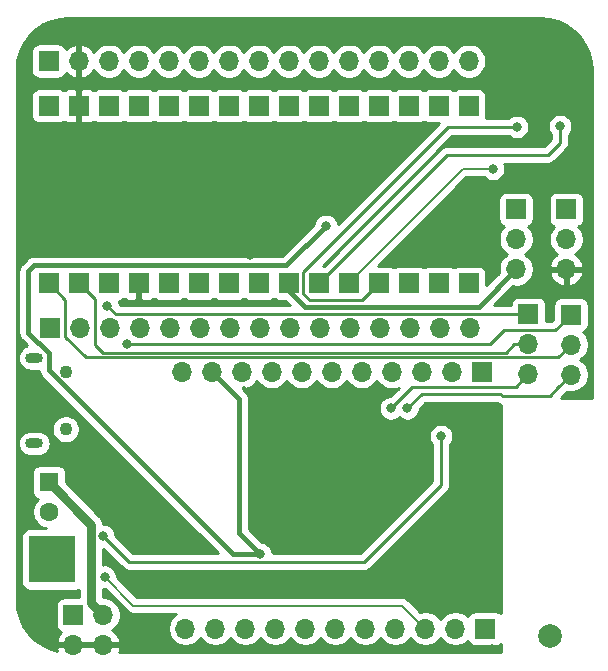
<source format=gbr>
%TF.GenerationSoftware,KiCad,Pcbnew,(5.1.10)-1*%
%TF.CreationDate,2021-06-06T01:15:34+08:00*%
%TF.ProjectId,tuya_arduino,74757961-5f61-4726-9475-696e6f2e6b69,rev?*%
%TF.SameCoordinates,Original*%
%TF.FileFunction,Copper,L2,Bot*%
%TF.FilePolarity,Positive*%
%FSLAX46Y46*%
G04 Gerber Fmt 4.6, Leading zero omitted, Abs format (unit mm)*
G04 Created by KiCad (PCBNEW (5.1.10)-1) date 2021-06-06 01:15:34*
%MOMM*%
%LPD*%
G01*
G04 APERTURE LIST*
%TA.AperFunction,ComponentPad*%
%ADD10C,2.000000*%
%TD*%
%TA.AperFunction,ComponentPad*%
%ADD11R,4.000000X4.000000*%
%TD*%
%TA.AperFunction,ComponentPad*%
%ADD12O,1.700000X1.700000*%
%TD*%
%TA.AperFunction,ComponentPad*%
%ADD13R,1.700000X1.700000*%
%TD*%
%TA.AperFunction,ComponentPad*%
%ADD14C,1.100000*%
%TD*%
%TA.AperFunction,ComponentPad*%
%ADD15O,1.500000X0.900000*%
%TD*%
%TA.AperFunction,ComponentPad*%
%ADD16C,1.600000*%
%TD*%
%TA.AperFunction,ComponentPad*%
%ADD17R,1.600000X1.600000*%
%TD*%
%TA.AperFunction,ViaPad*%
%ADD18C,0.800000*%
%TD*%
%TA.AperFunction,Conductor*%
%ADD19C,0.381000*%
%TD*%
%TA.AperFunction,Conductor*%
%ADD20C,0.254000*%
%TD*%
%TA.AperFunction,Conductor*%
%ADD21C,0.152400*%
%TD*%
%TA.AperFunction,Conductor*%
%ADD22C,0.762000*%
%TD*%
%TA.AperFunction,Conductor*%
%ADD23C,0.350000*%
%TD*%
%ADD24C,0.350000*%
%ADD25O,1.100000X0.500000*%
G04 APERTURE END LIST*
D10*
%TO.P,REF\u002A\u002A,1*%
%TO.N,N/C*%
X124650000Y-96650000D03*
%TD*%
D11*
%TO.P,REF\u002A\u002A,1*%
%TO.N,N/C*%
X82500000Y-90200000D03*
%TD*%
D12*
%TO.P,J8,4*%
%TO.N,GND*%
X86790000Y-97440000D03*
%TO.P,J8,3*%
X84250000Y-97440000D03*
%TO.P,J8,2*%
%TO.N,+5V*%
X86790000Y-94900000D03*
D13*
%TO.P,J8,1*%
%TO.N,+3V3*%
X84250000Y-94900000D03*
%TD*%
%TO.P,J4,26*%
%TO.N,/A7*%
X92350000Y-51800000D03*
%TO.P,J4,28*%
%TO.N,/RESET*%
X87270000Y-51800000D03*
%TO.P,J4,22*%
%TO.N,/A3*%
X102510000Y-51800000D03*
%TO.P,J4,16*%
%TO.N,/D13*%
X117750000Y-51800000D03*
%TO.P,J4,24*%
%TO.N,/A5*%
X97430000Y-51800000D03*
%TO.P,J4,30*%
%TO.N,+5V*%
X82190000Y-51800000D03*
%TO.P,J4,17*%
%TO.N,/3V3*%
X115210000Y-51800000D03*
%TO.P,J4,18*%
%TO.N,/AREF*%
X112670000Y-51800000D03*
%TO.P,J4,25*%
%TO.N,/A6*%
X94890000Y-51800000D03*
%TO.P,J4,23*%
%TO.N,/A4*%
X99970000Y-51800000D03*
%TO.P,J4,20*%
%TO.N,/A1*%
X107590000Y-51800000D03*
%TO.P,J4,19*%
%TO.N,/A0*%
X110130000Y-51800000D03*
%TO.P,J4,21*%
%TO.N,/A2*%
X105050000Y-51800000D03*
%TO.P,J4,29*%
%TO.N,GND*%
X84730000Y-51800000D03*
%TO.P,J4,27*%
%TO.N,/5V*%
X89810000Y-51800000D03*
%TO.P,J4,1*%
%TO.N,/TX*%
X82190000Y-66800000D03*
%TO.P,J4,2*%
%TO.N,/RX*%
X84730000Y-66800000D03*
%TO.P,J4,3*%
%TO.N,/RST*%
X87270000Y-66800000D03*
%TO.P,J4,4*%
%TO.N,GND*%
X89810000Y-66800000D03*
%TO.P,J4,5*%
%TO.N,/D2*%
X92350000Y-66800000D03*
%TO.P,J4,6*%
%TO.N,/D3*%
X94890000Y-66800000D03*
%TO.P,J4,7*%
%TO.N,/D4*%
X97430000Y-66800000D03*
%TO.P,J4,8*%
%TO.N,/D5*%
X99970000Y-66800000D03*
%TO.P,J4,9*%
%TO.N,/D6*%
X102510000Y-66800000D03*
%TO.P,J4,10*%
%TO.N,/D7*%
X105050000Y-66800000D03*
%TO.P,J4,11*%
%TO.N,/D8*%
X107590000Y-66800000D03*
%TO.P,J4,12*%
%TO.N,/D9*%
X110130000Y-66800000D03*
%TO.P,J4,13*%
%TO.N,/D10*%
X112670000Y-66800000D03*
%TO.P,J4,14*%
%TO.N,/D11*%
X115210000Y-66800000D03*
%TO.P,J4,15*%
%TO.N,/D12*%
X117750000Y-66800000D03*
%TD*%
D12*
%TO.P,J3,15*%
%TO.N,/D13*%
X117750000Y-48000000D03*
%TO.P,J3,14*%
%TO.N,/3V3*%
X115210000Y-48000000D03*
%TO.P,J3,13*%
%TO.N,/AREF*%
X112670000Y-48000000D03*
%TO.P,J3,12*%
%TO.N,/A0*%
X110130000Y-48000000D03*
%TO.P,J3,11*%
%TO.N,/A1*%
X107590000Y-48000000D03*
%TO.P,J3,10*%
%TO.N,/A2*%
X105050000Y-48000000D03*
%TO.P,J3,9*%
%TO.N,/A3*%
X102510000Y-48000000D03*
%TO.P,J3,8*%
%TO.N,/A4*%
X99970000Y-48000000D03*
%TO.P,J3,7*%
%TO.N,/A5*%
X97430000Y-48000000D03*
%TO.P,J3,6*%
%TO.N,/A6*%
X94890000Y-48000000D03*
%TO.P,J3,5*%
%TO.N,/A7*%
X92350000Y-48000000D03*
%TO.P,J3,4*%
%TO.N,/5V*%
X89810000Y-48000000D03*
%TO.P,J3,3*%
%TO.N,/RESET*%
X87270000Y-48000000D03*
%TO.P,J3,2*%
%TO.N,GND*%
X84730000Y-48000000D03*
D13*
%TO.P,J3,1*%
%TO.N,+5V*%
X82190000Y-48000000D03*
%TD*%
D12*
%TO.P,J1,15*%
%TO.N,/D12*%
X117860000Y-70600000D03*
%TO.P,J1,14*%
%TO.N,/D11*%
X115320000Y-70600000D03*
%TO.P,J1,13*%
%TO.N,/D10*%
X112780000Y-70600000D03*
%TO.P,J1,12*%
%TO.N,/D9*%
X110240000Y-70600000D03*
%TO.P,J1,11*%
%TO.N,/D8*%
X107700000Y-70600000D03*
%TO.P,J1,10*%
%TO.N,/D7*%
X105160000Y-70600000D03*
%TO.P,J1,9*%
%TO.N,/D6*%
X102620000Y-70600000D03*
%TO.P,J1,8*%
%TO.N,/D5*%
X100080000Y-70600000D03*
%TO.P,J1,7*%
%TO.N,/D4*%
X97540000Y-70600000D03*
%TO.P,J1,6*%
%TO.N,/D3*%
X95000000Y-70600000D03*
%TO.P,J1,5*%
%TO.N,/D2*%
X92460000Y-70600000D03*
%TO.P,J1,4*%
%TO.N,GND*%
X89920000Y-70600000D03*
%TO.P,J1,3*%
%TO.N,/RST*%
X87380000Y-70600000D03*
%TO.P,J1,2*%
%TO.N,/RX_D*%
X84840000Y-70600000D03*
D13*
%TO.P,J1,1*%
%TO.N,/TX_D*%
X82300000Y-70600000D03*
%TD*%
D12*
%TO.P,JP3,3*%
%TO.N,/D6*%
X121750000Y-65630000D03*
%TO.P,JP3,2*%
%TO.N,/OUT_RGB*%
X121750000Y-63090000D03*
D13*
%TO.P,JP3,1*%
%TO.N,Net-(JP3-Pad1)*%
X121750000Y-60550000D03*
%TD*%
D12*
%TO.P,JP2,3*%
%TO.N,/RX_C*%
X126400000Y-74550000D03*
%TO.P,JP2,2*%
%TO.N,/TX*%
X126400000Y-72010000D03*
D13*
%TO.P,JP2,1*%
%TO.N,/TX_D*%
X126400000Y-69470000D03*
%TD*%
D12*
%TO.P,JP1,3*%
%TO.N,/TX_C*%
X122800000Y-74530000D03*
%TO.P,JP1,2*%
%TO.N,/RX*%
X122800000Y-71990000D03*
D13*
%TO.P,JP1,1*%
%TO.N,/RX_D*%
X122800000Y-69450000D03*
%TD*%
D12*
%TO.P,J7,11*%
%TO.N,/P26*%
X93760000Y-96050000D03*
%TO.P,J7,10*%
%TO.N,/P6*%
X96300000Y-96050000D03*
%TO.P,J7,9*%
%TO.N,/P7*%
X98840000Y-96050000D03*
%TO.P,J7,8*%
%TO.N,/P8*%
X101380000Y-96050000D03*
%TO.P,J7,7*%
%TO.N,/TX2*%
X103920000Y-96050000D03*
%TO.P,J7,6*%
%TO.N,/RX2*%
X106460000Y-96050000D03*
%TO.P,J7,5*%
%TO.N,/ADC*%
X109000000Y-96050000D03*
%TO.P,J7,4*%
%TO.N,/P22*%
X111540000Y-96050000D03*
%TO.P,J7,3*%
%TO.N,/KEY_TU*%
X114080000Y-96050000D03*
%TO.P,J7,2*%
%TO.N,/OUT_RGB_TU_3V3*%
X116620000Y-96050000D03*
D13*
%TO.P,J7,1*%
%TO.N,/P14*%
X119160000Y-96050000D03*
%TD*%
D12*
%TO.P,J6,11*%
%TO.N,Net-(J6-Pad11)*%
X93450000Y-74300000D03*
%TO.P,J6,10*%
%TO.N,+3V3*%
X95990000Y-74300000D03*
%TO.P,J6,9*%
%TO.N,GND*%
X98530000Y-74300000D03*
%TO.P,J6,8*%
%TO.N,/P24*%
X101070000Y-74300000D03*
%TO.P,J6,7*%
%TO.N,/TX_C*%
X103610000Y-74300000D03*
%TO.P,J6,6*%
%TO.N,/RX_C*%
X106150000Y-74300000D03*
%TO.P,J6,5*%
%TO.N,/P28*%
X108690000Y-74300000D03*
%TO.P,J6,4*%
%TO.N,/RST_TU\u002CCEN*%
X111230000Y-74300000D03*
%TO.P,J6,3*%
%TO.N,/P9*%
X113770000Y-74300000D03*
%TO.P,J6,2*%
%TO.N,/P17*%
X116310000Y-74300000D03*
D13*
%TO.P,J6,1*%
%TO.N,/P15*%
X118850000Y-74300000D03*
%TD*%
D12*
%TO.P,J5,3*%
%TO.N,GND*%
X126000000Y-65630000D03*
%TO.P,J5,2*%
%TO.N,/OUT_RGB*%
X126000000Y-63090000D03*
D13*
%TO.P,J5,1*%
%TO.N,+5V*%
X126000000Y-60550000D03*
%TD*%
D14*
%TO.P,J2,6*%
%TO.N,N/C*%
X83630000Y-74325000D03*
D15*
X80950000Y-73125000D03*
X80950000Y-80375000D03*
D14*
X83630000Y-79175000D03*
%TD*%
D16*
%TO.P,C1,2*%
%TO.N,Net-(C1-Pad2)*%
X82200000Y-86150000D03*
D17*
%TO.P,C1,1*%
%TO.N,+5V*%
X82200000Y-83650000D03*
%TD*%
D18*
%TO.N,GND*%
X119700000Y-97800000D03*
X89900000Y-97800000D03*
X121850000Y-45800000D03*
X102750000Y-77300000D03*
X106450000Y-81550000D03*
X100537500Y-79700000D03*
X90850000Y-95700000D03*
X81400000Y-96000000D03*
X91650000Y-87100000D03*
X88000000Y-85750000D03*
X91100000Y-85500000D03*
X99250000Y-64450000D03*
X106250000Y-55850000D03*
X82000000Y-56300000D03*
X84950000Y-45450000D03*
X80300000Y-50000000D03*
X123650000Y-64500000D03*
X123500000Y-57450000D03*
X126400000Y-49900000D03*
X95150000Y-45400000D03*
X114100000Y-90250000D03*
X118150000Y-82500000D03*
X81750000Y-75850000D03*
%TO.N,+3V3*%
X100100000Y-89750000D03*
X105650000Y-61950000D03*
%TO.N,/RST_TU\u002CCEN*%
X115400000Y-79750000D03*
X86800000Y-88200000D03*
%TO.N,/KEY_TU*%
X86920000Y-91660000D03*
%TO.N,/D9*%
X121830000Y-53570000D03*
%TO.N,/D8*%
X119780000Y-57130000D03*
%TO.N,/D7*%
X125480000Y-53520000D03*
%TO.N,/TX_C*%
X111150000Y-77400000D03*
%TO.N,/RX_C*%
X112550000Y-77400000D03*
%TO.N,/RX_D*%
X87150000Y-68700000D03*
%TO.N,/TX_D*%
X88850000Y-71950000D03*
%TD*%
D19*
%TO.N,GND*%
X106450000Y-81000000D02*
X102750000Y-77300000D01*
X106450000Y-81550000D02*
X106450000Y-81000000D01*
X100537500Y-79512500D02*
X102750000Y-77300000D01*
X100537500Y-79700000D02*
X100537500Y-79512500D01*
D20*
%TO.N,+3V3*%
X100100000Y-89750000D02*
X98500000Y-88150000D01*
D19*
X98295000Y-76605000D02*
X95990000Y-74300000D01*
X98295000Y-87945000D02*
X100100000Y-89750000D01*
X98295000Y-76605000D02*
X98295000Y-87945000D01*
X97771098Y-89750000D02*
X100100000Y-89750000D01*
X82210549Y-74189451D02*
X97771098Y-89750000D01*
X82210549Y-72760549D02*
X82210549Y-74189451D01*
X80450000Y-71000000D02*
X82210549Y-72760549D01*
X80450000Y-65800000D02*
X80450000Y-71000000D01*
X80950000Y-65300000D02*
X80450000Y-65800000D01*
X102300000Y-65300000D02*
X80950000Y-65300000D01*
X105650000Y-61950000D02*
X102300000Y-65300000D01*
D20*
%TO.N,/RST_TU\u002CCEN*%
X89004001Y-90404001D02*
X108895999Y-90404001D01*
X108895999Y-90404001D02*
X115400000Y-83900000D01*
X115400000Y-83900000D02*
X115400000Y-79750000D01*
X86800000Y-88200000D02*
X89004001Y-90404001D01*
D21*
%TO.N,/KEY_TU*%
X112130000Y-94100000D02*
X114080000Y-96050000D01*
X89360000Y-94100000D02*
X112130000Y-94100000D01*
X86920000Y-91660000D02*
X89360000Y-94100000D01*
D22*
%TO.N,+5V*%
X85791999Y-93901999D02*
X86790000Y-94900000D01*
X85791999Y-87241999D02*
X85791999Y-93901999D01*
X82200000Y-83650000D02*
X85791999Y-87241999D01*
D20*
%TO.N,/D9*%
X116237098Y-53570000D02*
X121830000Y-53570000D01*
X116030000Y-53570000D02*
X116237098Y-53570000D01*
X103750000Y-65850000D02*
X116030000Y-53570000D01*
X103750000Y-67700000D02*
X103750000Y-65850000D01*
X104300000Y-68250000D02*
X103750000Y-67700000D01*
X108680000Y-68250000D02*
X104300000Y-68250000D01*
X110130000Y-66800000D02*
X108680000Y-68250000D01*
D21*
%TO.N,/D8*%
X117260000Y-57130000D02*
X107590000Y-66800000D01*
X119780000Y-57130000D02*
X117260000Y-57130000D01*
D20*
%TO.N,/D7*%
X125480000Y-53520000D02*
X125480000Y-54920000D01*
X124450000Y-55950000D02*
X115900000Y-55950000D01*
X125480000Y-54920000D02*
X124450000Y-55950000D01*
X115900000Y-55950000D02*
X105050000Y-66800000D01*
D19*
%TO.N,/D6*%
X102510000Y-66800000D02*
X102510000Y-67460000D01*
X102510000Y-67460000D02*
X103850000Y-68800000D01*
X118580000Y-68800000D02*
X121750000Y-65630000D01*
X103850000Y-68800000D02*
X118580000Y-68800000D01*
D20*
%TO.N,/TX*%
X125310000Y-73100000D02*
X120550000Y-73100000D01*
X83600000Y-71400000D02*
X83600000Y-68210000D01*
X85300000Y-73100000D02*
X83600000Y-71400000D01*
X126400000Y-72010000D02*
X125310000Y-73100000D01*
X83600000Y-68210000D02*
X82190000Y-66800000D01*
X120550000Y-73100000D02*
X85300000Y-73100000D01*
X120550000Y-73100000D02*
X120600000Y-73100000D01*
%TO.N,/RX*%
X86768990Y-72718990D02*
X86100000Y-72050000D01*
X93531010Y-72718990D02*
X86768990Y-72718990D01*
X93550000Y-72700000D02*
X93531010Y-72718990D01*
X86100000Y-68170000D02*
X84730000Y-66800000D01*
X120887919Y-72700000D02*
X93550000Y-72700000D01*
X86100000Y-72050000D02*
X86100000Y-68170000D01*
X121597919Y-71990000D02*
X120887919Y-72700000D01*
X122800000Y-71990000D02*
X121597919Y-71990000D01*
%TO.N,/TX_C*%
X111150000Y-77400000D02*
X112950000Y-75600000D01*
X121730000Y-75600000D02*
X122800000Y-74530000D01*
X112950000Y-75600000D02*
X121730000Y-75600000D01*
%TO.N,/RX_C*%
X125315999Y-75634001D02*
X126400000Y-74550000D01*
X113750000Y-76200000D02*
X120450000Y-76200000D01*
X112550000Y-77400000D02*
X113750000Y-76200000D01*
X120450000Y-76200000D02*
X120595990Y-76345990D01*
X124604010Y-76345990D02*
X125315999Y-75634001D01*
X120595990Y-76345990D02*
X124604010Y-76345990D01*
%TO.N,/RX_D*%
X91350000Y-69450000D02*
X88900000Y-69450000D01*
X122800000Y-69450000D02*
X91350000Y-69450000D01*
X88900000Y-69450000D02*
X87900000Y-69450000D01*
X87900000Y-69450000D02*
X87150000Y-68700000D01*
%TO.N,/TX_D*%
X126400000Y-69470000D02*
X125070000Y-70800000D01*
X125070000Y-70800000D02*
X120700000Y-70800000D01*
X120700000Y-70800000D02*
X119550000Y-71950000D01*
X119550000Y-71950000D02*
X88850000Y-71950000D01*
%TD*%
%TO.N,GND*%
X124568083Y-44431173D02*
X125311891Y-44634656D01*
X126007905Y-44966638D01*
X126634130Y-45416626D01*
X127170777Y-45970403D01*
X127600871Y-46610451D01*
X127910829Y-47316553D01*
X128092065Y-48071457D01*
X128140001Y-48724220D01*
X128140000Y-53667581D01*
X128140000Y-53667582D01*
X128140001Y-76518973D01*
X125524605Y-76503025D01*
X126035951Y-75991679D01*
X126253740Y-76035000D01*
X126546260Y-76035000D01*
X126833158Y-75977932D01*
X127103411Y-75865990D01*
X127346632Y-75703475D01*
X127553475Y-75496632D01*
X127715990Y-75253411D01*
X127827932Y-74983158D01*
X127885000Y-74696260D01*
X127885000Y-74403740D01*
X127827932Y-74116842D01*
X127715990Y-73846589D01*
X127553475Y-73603368D01*
X127346632Y-73396525D01*
X127172240Y-73280000D01*
X127346632Y-73163475D01*
X127553475Y-72956632D01*
X127715990Y-72713411D01*
X127827932Y-72443158D01*
X127885000Y-72156260D01*
X127885000Y-71863740D01*
X127827932Y-71576842D01*
X127715990Y-71306589D01*
X127553475Y-71063368D01*
X127421620Y-70931513D01*
X127494180Y-70909502D01*
X127604494Y-70850537D01*
X127701185Y-70771185D01*
X127780537Y-70674494D01*
X127839502Y-70564180D01*
X127875812Y-70444482D01*
X127888072Y-70320000D01*
X127888072Y-68620000D01*
X127875812Y-68495518D01*
X127839502Y-68375820D01*
X127780537Y-68265506D01*
X127701185Y-68168815D01*
X127604494Y-68089463D01*
X127494180Y-68030498D01*
X127374482Y-67994188D01*
X127250000Y-67981928D01*
X125550000Y-67981928D01*
X125425518Y-67994188D01*
X125305820Y-68030498D01*
X125195506Y-68089463D01*
X125098815Y-68168815D01*
X125019463Y-68265506D01*
X124960498Y-68375820D01*
X124924188Y-68495518D01*
X124911928Y-68620000D01*
X124911928Y-69880442D01*
X124754370Y-70038000D01*
X124288072Y-70038000D01*
X124288072Y-68600000D01*
X124275812Y-68475518D01*
X124239502Y-68355820D01*
X124180537Y-68245506D01*
X124101185Y-68148815D01*
X124004494Y-68069463D01*
X123894180Y-68010498D01*
X123774482Y-67974188D01*
X123650000Y-67961928D01*
X121950000Y-67961928D01*
X121825518Y-67974188D01*
X121705820Y-68010498D01*
X121595506Y-68069463D01*
X121498815Y-68148815D01*
X121419463Y-68245506D01*
X121360498Y-68355820D01*
X121324188Y-68475518D01*
X121311928Y-68600000D01*
X121311928Y-68688000D01*
X119859432Y-68688000D01*
X121460855Y-67086578D01*
X121603740Y-67115000D01*
X121896260Y-67115000D01*
X122183158Y-67057932D01*
X122453411Y-66945990D01*
X122696632Y-66783475D01*
X122903475Y-66576632D01*
X123065990Y-66333411D01*
X123177932Y-66063158D01*
X123193102Y-65986890D01*
X124558524Y-65986890D01*
X124603175Y-66134099D01*
X124728359Y-66396920D01*
X124902412Y-66630269D01*
X125118645Y-66825178D01*
X125368748Y-66974157D01*
X125643109Y-67071481D01*
X125873000Y-66950814D01*
X125873000Y-65757000D01*
X126127000Y-65757000D01*
X126127000Y-66950814D01*
X126356891Y-67071481D01*
X126631252Y-66974157D01*
X126881355Y-66825178D01*
X127097588Y-66630269D01*
X127271641Y-66396920D01*
X127396825Y-66134099D01*
X127441476Y-65986890D01*
X127320155Y-65757000D01*
X126127000Y-65757000D01*
X125873000Y-65757000D01*
X124679845Y-65757000D01*
X124558524Y-65986890D01*
X123193102Y-65986890D01*
X123235000Y-65776260D01*
X123235000Y-65483740D01*
X123177932Y-65196842D01*
X123065990Y-64926589D01*
X122903475Y-64683368D01*
X122696632Y-64476525D01*
X122522240Y-64360000D01*
X122696632Y-64243475D01*
X122903475Y-64036632D01*
X123065990Y-63793411D01*
X123177932Y-63523158D01*
X123235000Y-63236260D01*
X123235000Y-62943740D01*
X123177932Y-62656842D01*
X123065990Y-62386589D01*
X122903475Y-62143368D01*
X122771620Y-62011513D01*
X122844180Y-61989502D01*
X122954494Y-61930537D01*
X123051185Y-61851185D01*
X123130537Y-61754494D01*
X123189502Y-61644180D01*
X123225812Y-61524482D01*
X123238072Y-61400000D01*
X123238072Y-59700000D01*
X124511928Y-59700000D01*
X124511928Y-61400000D01*
X124524188Y-61524482D01*
X124560498Y-61644180D01*
X124619463Y-61754494D01*
X124698815Y-61851185D01*
X124795506Y-61930537D01*
X124905820Y-61989502D01*
X124978380Y-62011513D01*
X124846525Y-62143368D01*
X124684010Y-62386589D01*
X124572068Y-62656842D01*
X124515000Y-62943740D01*
X124515000Y-63236260D01*
X124572068Y-63523158D01*
X124684010Y-63793411D01*
X124846525Y-64036632D01*
X125053368Y-64243475D01*
X125235534Y-64365195D01*
X125118645Y-64434822D01*
X124902412Y-64629731D01*
X124728359Y-64863080D01*
X124603175Y-65125901D01*
X124558524Y-65273110D01*
X124679845Y-65503000D01*
X125873000Y-65503000D01*
X125873000Y-65483000D01*
X126127000Y-65483000D01*
X126127000Y-65503000D01*
X127320155Y-65503000D01*
X127441476Y-65273110D01*
X127396825Y-65125901D01*
X127271641Y-64863080D01*
X127097588Y-64629731D01*
X126881355Y-64434822D01*
X126764466Y-64365195D01*
X126946632Y-64243475D01*
X127153475Y-64036632D01*
X127315990Y-63793411D01*
X127427932Y-63523158D01*
X127485000Y-63236260D01*
X127485000Y-62943740D01*
X127427932Y-62656842D01*
X127315990Y-62386589D01*
X127153475Y-62143368D01*
X127021620Y-62011513D01*
X127094180Y-61989502D01*
X127204494Y-61930537D01*
X127301185Y-61851185D01*
X127380537Y-61754494D01*
X127439502Y-61644180D01*
X127475812Y-61524482D01*
X127488072Y-61400000D01*
X127488072Y-59700000D01*
X127475812Y-59575518D01*
X127439502Y-59455820D01*
X127380537Y-59345506D01*
X127301185Y-59248815D01*
X127204494Y-59169463D01*
X127094180Y-59110498D01*
X126974482Y-59074188D01*
X126850000Y-59061928D01*
X125150000Y-59061928D01*
X125025518Y-59074188D01*
X124905820Y-59110498D01*
X124795506Y-59169463D01*
X124698815Y-59248815D01*
X124619463Y-59345506D01*
X124560498Y-59455820D01*
X124524188Y-59575518D01*
X124511928Y-59700000D01*
X123238072Y-59700000D01*
X123225812Y-59575518D01*
X123189502Y-59455820D01*
X123130537Y-59345506D01*
X123051185Y-59248815D01*
X122954494Y-59169463D01*
X122844180Y-59110498D01*
X122724482Y-59074188D01*
X122600000Y-59061928D01*
X120900000Y-59061928D01*
X120775518Y-59074188D01*
X120655820Y-59110498D01*
X120545506Y-59169463D01*
X120448815Y-59248815D01*
X120369463Y-59345506D01*
X120310498Y-59455820D01*
X120274188Y-59575518D01*
X120261928Y-59700000D01*
X120261928Y-61400000D01*
X120274188Y-61524482D01*
X120310498Y-61644180D01*
X120369463Y-61754494D01*
X120448815Y-61851185D01*
X120545506Y-61930537D01*
X120655820Y-61989502D01*
X120728380Y-62011513D01*
X120596525Y-62143368D01*
X120434010Y-62386589D01*
X120322068Y-62656842D01*
X120265000Y-62943740D01*
X120265000Y-63236260D01*
X120322068Y-63523158D01*
X120434010Y-63793411D01*
X120596525Y-64036632D01*
X120803368Y-64243475D01*
X120977760Y-64360000D01*
X120803368Y-64476525D01*
X120596525Y-64683368D01*
X120434010Y-64926589D01*
X120322068Y-65196842D01*
X120265000Y-65483740D01*
X120265000Y-65776260D01*
X120293422Y-65919145D01*
X119238072Y-66974496D01*
X119238072Y-65950000D01*
X119225812Y-65825518D01*
X119189502Y-65705820D01*
X119130537Y-65595506D01*
X119051185Y-65498815D01*
X118954494Y-65419463D01*
X118844180Y-65360498D01*
X118724482Y-65324188D01*
X118600000Y-65311928D01*
X116900000Y-65311928D01*
X116775518Y-65324188D01*
X116655820Y-65360498D01*
X116545506Y-65419463D01*
X116480000Y-65473222D01*
X116414494Y-65419463D01*
X116304180Y-65360498D01*
X116184482Y-65324188D01*
X116060000Y-65311928D01*
X114360000Y-65311928D01*
X114235518Y-65324188D01*
X114115820Y-65360498D01*
X114005506Y-65419463D01*
X113940000Y-65473222D01*
X113874494Y-65419463D01*
X113764180Y-65360498D01*
X113644482Y-65324188D01*
X113520000Y-65311928D01*
X111820000Y-65311928D01*
X111695518Y-65324188D01*
X111575820Y-65360498D01*
X111465506Y-65419463D01*
X111400000Y-65473222D01*
X111334494Y-65419463D01*
X111224180Y-65360498D01*
X111104482Y-65324188D01*
X110980000Y-65311928D01*
X110083859Y-65311928D01*
X117554588Y-57841200D01*
X119027489Y-57841200D01*
X119120226Y-57933937D01*
X119289744Y-58047205D01*
X119478102Y-58125226D01*
X119678061Y-58165000D01*
X119881939Y-58165000D01*
X120081898Y-58125226D01*
X120270256Y-58047205D01*
X120439774Y-57933937D01*
X120583937Y-57789774D01*
X120697205Y-57620256D01*
X120775226Y-57431898D01*
X120815000Y-57231939D01*
X120815000Y-57028061D01*
X120775226Y-56828102D01*
X120727135Y-56712000D01*
X124412577Y-56712000D01*
X124450000Y-56715686D01*
X124487423Y-56712000D01*
X124487426Y-56712000D01*
X124599378Y-56700974D01*
X124743015Y-56657402D01*
X124875392Y-56586645D01*
X124991422Y-56491422D01*
X125015284Y-56462346D01*
X125992351Y-55485279D01*
X126021422Y-55461422D01*
X126084369Y-55384721D01*
X126116645Y-55345393D01*
X126171589Y-55242599D01*
X126187402Y-55213015D01*
X126230974Y-55069378D01*
X126242000Y-54957426D01*
X126242000Y-54957423D01*
X126245686Y-54920000D01*
X126242000Y-54882577D01*
X126242000Y-54221711D01*
X126283937Y-54179774D01*
X126397205Y-54010256D01*
X126475226Y-53821898D01*
X126515000Y-53621939D01*
X126515000Y-53418061D01*
X126475226Y-53218102D01*
X126397205Y-53029744D01*
X126283937Y-52860226D01*
X126139774Y-52716063D01*
X125970256Y-52602795D01*
X125781898Y-52524774D01*
X125581939Y-52485000D01*
X125378061Y-52485000D01*
X125178102Y-52524774D01*
X124989744Y-52602795D01*
X124820226Y-52716063D01*
X124676063Y-52860226D01*
X124562795Y-53029744D01*
X124484774Y-53218102D01*
X124445000Y-53418061D01*
X124445000Y-53621939D01*
X124484774Y-53821898D01*
X124562795Y-54010256D01*
X124676063Y-54179774D01*
X124718001Y-54221712D01*
X124718001Y-54604368D01*
X124134370Y-55188000D01*
X115937422Y-55188000D01*
X115899999Y-55184314D01*
X115862576Y-55188000D01*
X115862574Y-55188000D01*
X115750622Y-55199026D01*
X115606985Y-55242598D01*
X115474608Y-55313355D01*
X115358578Y-55408578D01*
X115334721Y-55437648D01*
X105460442Y-65311928D01*
X105365702Y-65311928D01*
X116345630Y-54332000D01*
X121128289Y-54332000D01*
X121170226Y-54373937D01*
X121339744Y-54487205D01*
X121528102Y-54565226D01*
X121728061Y-54605000D01*
X121931939Y-54605000D01*
X122131898Y-54565226D01*
X122320256Y-54487205D01*
X122489774Y-54373937D01*
X122633937Y-54229774D01*
X122747205Y-54060256D01*
X122825226Y-53871898D01*
X122865000Y-53671939D01*
X122865000Y-53468061D01*
X122825226Y-53268102D01*
X122747205Y-53079744D01*
X122633937Y-52910226D01*
X122489774Y-52766063D01*
X122320256Y-52652795D01*
X122131898Y-52574774D01*
X121931939Y-52535000D01*
X121728061Y-52535000D01*
X121528102Y-52574774D01*
X121339744Y-52652795D01*
X121170226Y-52766063D01*
X121128289Y-52808000D01*
X119215644Y-52808000D01*
X119225812Y-52774482D01*
X119238072Y-52650000D01*
X119238072Y-50950000D01*
X119225812Y-50825518D01*
X119189502Y-50705820D01*
X119130537Y-50595506D01*
X119051185Y-50498815D01*
X118954494Y-50419463D01*
X118844180Y-50360498D01*
X118724482Y-50324188D01*
X118600000Y-50311928D01*
X116900000Y-50311928D01*
X116775518Y-50324188D01*
X116655820Y-50360498D01*
X116545506Y-50419463D01*
X116480000Y-50473222D01*
X116414494Y-50419463D01*
X116304180Y-50360498D01*
X116184482Y-50324188D01*
X116060000Y-50311928D01*
X114360000Y-50311928D01*
X114235518Y-50324188D01*
X114115820Y-50360498D01*
X114005506Y-50419463D01*
X113940000Y-50473222D01*
X113874494Y-50419463D01*
X113764180Y-50360498D01*
X113644482Y-50324188D01*
X113520000Y-50311928D01*
X111820000Y-50311928D01*
X111695518Y-50324188D01*
X111575820Y-50360498D01*
X111465506Y-50419463D01*
X111400000Y-50473222D01*
X111334494Y-50419463D01*
X111224180Y-50360498D01*
X111104482Y-50324188D01*
X110980000Y-50311928D01*
X109280000Y-50311928D01*
X109155518Y-50324188D01*
X109035820Y-50360498D01*
X108925506Y-50419463D01*
X108860000Y-50473222D01*
X108794494Y-50419463D01*
X108684180Y-50360498D01*
X108564482Y-50324188D01*
X108440000Y-50311928D01*
X106740000Y-50311928D01*
X106615518Y-50324188D01*
X106495820Y-50360498D01*
X106385506Y-50419463D01*
X106320000Y-50473222D01*
X106254494Y-50419463D01*
X106144180Y-50360498D01*
X106024482Y-50324188D01*
X105900000Y-50311928D01*
X104200000Y-50311928D01*
X104075518Y-50324188D01*
X103955820Y-50360498D01*
X103845506Y-50419463D01*
X103780000Y-50473222D01*
X103714494Y-50419463D01*
X103604180Y-50360498D01*
X103484482Y-50324188D01*
X103360000Y-50311928D01*
X101660000Y-50311928D01*
X101535518Y-50324188D01*
X101415820Y-50360498D01*
X101305506Y-50419463D01*
X101240000Y-50473222D01*
X101174494Y-50419463D01*
X101064180Y-50360498D01*
X100944482Y-50324188D01*
X100820000Y-50311928D01*
X99120000Y-50311928D01*
X98995518Y-50324188D01*
X98875820Y-50360498D01*
X98765506Y-50419463D01*
X98700000Y-50473222D01*
X98634494Y-50419463D01*
X98524180Y-50360498D01*
X98404482Y-50324188D01*
X98280000Y-50311928D01*
X96580000Y-50311928D01*
X96455518Y-50324188D01*
X96335820Y-50360498D01*
X96225506Y-50419463D01*
X96160000Y-50473222D01*
X96094494Y-50419463D01*
X95984180Y-50360498D01*
X95864482Y-50324188D01*
X95740000Y-50311928D01*
X94040000Y-50311928D01*
X93915518Y-50324188D01*
X93795820Y-50360498D01*
X93685506Y-50419463D01*
X93620000Y-50473222D01*
X93554494Y-50419463D01*
X93444180Y-50360498D01*
X93324482Y-50324188D01*
X93200000Y-50311928D01*
X91500000Y-50311928D01*
X91375518Y-50324188D01*
X91255820Y-50360498D01*
X91145506Y-50419463D01*
X91080000Y-50473222D01*
X91014494Y-50419463D01*
X90904180Y-50360498D01*
X90784482Y-50324188D01*
X90660000Y-50311928D01*
X88960000Y-50311928D01*
X88835518Y-50324188D01*
X88715820Y-50360498D01*
X88605506Y-50419463D01*
X88540000Y-50473222D01*
X88474494Y-50419463D01*
X88364180Y-50360498D01*
X88244482Y-50324188D01*
X88120000Y-50311928D01*
X86420000Y-50311928D01*
X86295518Y-50324188D01*
X86175820Y-50360498D01*
X86065506Y-50419463D01*
X86000000Y-50473222D01*
X85934494Y-50419463D01*
X85824180Y-50360498D01*
X85704482Y-50324188D01*
X85580000Y-50311928D01*
X85015750Y-50315000D01*
X84857000Y-50473750D01*
X84857000Y-51673000D01*
X84877000Y-51673000D01*
X84877000Y-51927000D01*
X84857000Y-51927000D01*
X84857000Y-53126250D01*
X85015750Y-53285000D01*
X85580000Y-53288072D01*
X85704482Y-53275812D01*
X85824180Y-53239502D01*
X85934494Y-53180537D01*
X86000000Y-53126778D01*
X86065506Y-53180537D01*
X86175820Y-53239502D01*
X86295518Y-53275812D01*
X86420000Y-53288072D01*
X88120000Y-53288072D01*
X88244482Y-53275812D01*
X88364180Y-53239502D01*
X88474494Y-53180537D01*
X88540000Y-53126778D01*
X88605506Y-53180537D01*
X88715820Y-53239502D01*
X88835518Y-53275812D01*
X88960000Y-53288072D01*
X90660000Y-53288072D01*
X90784482Y-53275812D01*
X90904180Y-53239502D01*
X91014494Y-53180537D01*
X91080000Y-53126778D01*
X91145506Y-53180537D01*
X91255820Y-53239502D01*
X91375518Y-53275812D01*
X91500000Y-53288072D01*
X93200000Y-53288072D01*
X93324482Y-53275812D01*
X93444180Y-53239502D01*
X93554494Y-53180537D01*
X93620000Y-53126778D01*
X93685506Y-53180537D01*
X93795820Y-53239502D01*
X93915518Y-53275812D01*
X94040000Y-53288072D01*
X95740000Y-53288072D01*
X95864482Y-53275812D01*
X95984180Y-53239502D01*
X96094494Y-53180537D01*
X96160000Y-53126778D01*
X96225506Y-53180537D01*
X96335820Y-53239502D01*
X96455518Y-53275812D01*
X96580000Y-53288072D01*
X98280000Y-53288072D01*
X98404482Y-53275812D01*
X98524180Y-53239502D01*
X98634494Y-53180537D01*
X98700000Y-53126778D01*
X98765506Y-53180537D01*
X98875820Y-53239502D01*
X98995518Y-53275812D01*
X99120000Y-53288072D01*
X100820000Y-53288072D01*
X100944482Y-53275812D01*
X101064180Y-53239502D01*
X101174494Y-53180537D01*
X101240000Y-53126778D01*
X101305506Y-53180537D01*
X101415820Y-53239502D01*
X101535518Y-53275812D01*
X101660000Y-53288072D01*
X103360000Y-53288072D01*
X103484482Y-53275812D01*
X103604180Y-53239502D01*
X103714494Y-53180537D01*
X103780000Y-53126778D01*
X103845506Y-53180537D01*
X103955820Y-53239502D01*
X104075518Y-53275812D01*
X104200000Y-53288072D01*
X105900000Y-53288072D01*
X106024482Y-53275812D01*
X106144180Y-53239502D01*
X106254494Y-53180537D01*
X106320000Y-53126778D01*
X106385506Y-53180537D01*
X106495820Y-53239502D01*
X106615518Y-53275812D01*
X106740000Y-53288072D01*
X108440000Y-53288072D01*
X108564482Y-53275812D01*
X108684180Y-53239502D01*
X108794494Y-53180537D01*
X108860000Y-53126778D01*
X108925506Y-53180537D01*
X109035820Y-53239502D01*
X109155518Y-53275812D01*
X109280000Y-53288072D01*
X110980000Y-53288072D01*
X111104482Y-53275812D01*
X111224180Y-53239502D01*
X111334494Y-53180537D01*
X111400000Y-53126778D01*
X111465506Y-53180537D01*
X111575820Y-53239502D01*
X111695518Y-53275812D01*
X111820000Y-53288072D01*
X113520000Y-53288072D01*
X113644482Y-53275812D01*
X113764180Y-53239502D01*
X113874494Y-53180537D01*
X113940000Y-53126778D01*
X114005506Y-53180537D01*
X114115820Y-53239502D01*
X114235518Y-53275812D01*
X114360000Y-53288072D01*
X115234298Y-53288072D01*
X106683226Y-61839144D01*
X106645226Y-61648102D01*
X106567205Y-61459744D01*
X106453937Y-61290226D01*
X106309774Y-61146063D01*
X106140256Y-61032795D01*
X105951898Y-60954774D01*
X105751939Y-60915000D01*
X105548061Y-60915000D01*
X105348102Y-60954774D01*
X105159744Y-61032795D01*
X104990226Y-61146063D01*
X104846063Y-61290226D01*
X104732795Y-61459744D01*
X104654774Y-61648102D01*
X104622572Y-61809996D01*
X101958068Y-64474500D01*
X80990550Y-64474500D01*
X80950000Y-64470506D01*
X80909449Y-64474500D01*
X80909447Y-64474500D01*
X80788174Y-64486444D01*
X80684372Y-64517932D01*
X80632566Y-64533647D01*
X80489157Y-64610301D01*
X80465482Y-64629731D01*
X80363459Y-64713459D01*
X80337608Y-64744959D01*
X79894965Y-65187602D01*
X79863459Y-65213459D01*
X79794214Y-65297835D01*
X79760301Y-65339158D01*
X79717377Y-65419463D01*
X79683647Y-65482567D01*
X79636444Y-65638175D01*
X79630294Y-65700622D01*
X79620506Y-65800000D01*
X79624500Y-65840551D01*
X79624501Y-70959440D01*
X79620506Y-71000000D01*
X79636445Y-71161826D01*
X79683647Y-71317433D01*
X79760301Y-71460842D01*
X79812633Y-71524608D01*
X79863460Y-71586541D01*
X79894961Y-71612393D01*
X80361318Y-72078750D01*
X80232780Y-72117741D01*
X80044290Y-72218491D01*
X79879078Y-72354078D01*
X79743491Y-72519290D01*
X79642741Y-72707780D01*
X79580700Y-72912303D01*
X79559751Y-73125000D01*
X79580700Y-73337697D01*
X79642741Y-73542220D01*
X79743491Y-73730710D01*
X79879078Y-73895922D01*
X80044290Y-74031509D01*
X80232780Y-74132259D01*
X80437303Y-74194300D01*
X80596706Y-74210000D01*
X81303294Y-74210000D01*
X81382312Y-74202217D01*
X81396994Y-74351277D01*
X81444196Y-74506884D01*
X81520850Y-74650293D01*
X81582412Y-74725305D01*
X81624009Y-74775992D01*
X81655510Y-74801844D01*
X96495666Y-89642001D01*
X89319632Y-89642001D01*
X87835000Y-88157370D01*
X87835000Y-88098061D01*
X87795226Y-87898102D01*
X87717205Y-87709744D01*
X87603937Y-87540226D01*
X87459774Y-87396063D01*
X87290256Y-87282795D01*
X87101898Y-87204774D01*
X86901939Y-87165000D01*
X86805330Y-87165000D01*
X86793297Y-87042828D01*
X86735201Y-86851312D01*
X86723664Y-86829727D01*
X86640859Y-86674809D01*
X86513895Y-86520103D01*
X86475132Y-86488291D01*
X83638072Y-83651232D01*
X83638072Y-82850000D01*
X83625812Y-82725518D01*
X83589502Y-82605820D01*
X83530537Y-82495506D01*
X83451185Y-82398815D01*
X83354494Y-82319463D01*
X83244180Y-82260498D01*
X83124482Y-82224188D01*
X83000000Y-82211928D01*
X81400000Y-82211928D01*
X81275518Y-82224188D01*
X81155820Y-82260498D01*
X81045506Y-82319463D01*
X80948815Y-82398815D01*
X80869463Y-82495506D01*
X80810498Y-82605820D01*
X80774188Y-82725518D01*
X80761928Y-82850000D01*
X80761928Y-84450000D01*
X80774188Y-84574482D01*
X80810498Y-84694180D01*
X80869463Y-84804494D01*
X80948815Y-84901185D01*
X81045506Y-84980537D01*
X81155820Y-85039502D01*
X81251943Y-85068661D01*
X81085363Y-85235241D01*
X80928320Y-85470273D01*
X80820147Y-85731426D01*
X80765000Y-86008665D01*
X80765000Y-86291335D01*
X80820147Y-86568574D01*
X80928320Y-86829727D01*
X81085363Y-87064759D01*
X81285241Y-87264637D01*
X81520273Y-87421680D01*
X81781426Y-87529853D01*
X81942676Y-87561928D01*
X80500000Y-87561928D01*
X80375518Y-87574188D01*
X80255820Y-87610498D01*
X80145506Y-87669463D01*
X80048815Y-87748815D01*
X79969463Y-87845506D01*
X79910498Y-87955820D01*
X79874188Y-88075518D01*
X79861928Y-88200000D01*
X79861928Y-92200000D01*
X79874188Y-92324482D01*
X79910498Y-92444180D01*
X79969463Y-92554494D01*
X80048815Y-92651185D01*
X80145506Y-92730537D01*
X80255820Y-92789502D01*
X80375518Y-92825812D01*
X80500000Y-92838072D01*
X84500000Y-92838072D01*
X84624482Y-92825812D01*
X84744180Y-92789502D01*
X84776000Y-92772494D01*
X84776000Y-93411928D01*
X83400000Y-93411928D01*
X83275518Y-93424188D01*
X83155820Y-93460498D01*
X83045506Y-93519463D01*
X82948815Y-93598815D01*
X82869463Y-93695506D01*
X82810498Y-93805820D01*
X82774188Y-93925518D01*
X82761928Y-94050000D01*
X82761928Y-95750000D01*
X82774188Y-95874482D01*
X82810498Y-95994180D01*
X82869463Y-96104494D01*
X82948815Y-96201185D01*
X83045506Y-96280537D01*
X83155820Y-96339502D01*
X83236466Y-96363966D01*
X83152412Y-96439731D01*
X82978359Y-96673080D01*
X82853175Y-96935901D01*
X82808524Y-97083110D01*
X82929845Y-97313000D01*
X84123000Y-97313000D01*
X84123000Y-97293000D01*
X84377000Y-97293000D01*
X84377000Y-97313000D01*
X86663000Y-97313000D01*
X86663000Y-97293000D01*
X86917000Y-97293000D01*
X86917000Y-97313000D01*
X88110155Y-97313000D01*
X88231476Y-97083110D01*
X88186825Y-96935901D01*
X88061641Y-96673080D01*
X87887588Y-96439731D01*
X87671355Y-96244822D01*
X87554466Y-96175195D01*
X87736632Y-96053475D01*
X87943475Y-95846632D01*
X88105990Y-95603411D01*
X88217932Y-95333158D01*
X88275000Y-95046260D01*
X88275000Y-94753740D01*
X88217932Y-94466842D01*
X88105990Y-94196589D01*
X87943475Y-93953368D01*
X87736632Y-93746525D01*
X87493411Y-93584010D01*
X87223158Y-93472068D01*
X86936260Y-93415000D01*
X86807999Y-93415000D01*
X86807999Y-92692999D01*
X86818061Y-92695000D01*
X86949213Y-92695000D01*
X88832402Y-94578190D01*
X88854673Y-94605327D01*
X88962967Y-94694202D01*
X89086519Y-94760242D01*
X89220580Y-94800909D01*
X89325064Y-94811200D01*
X89325073Y-94811200D01*
X89359999Y-94814640D01*
X89394925Y-94811200D01*
X92941066Y-94811200D01*
X92813368Y-94896525D01*
X92606525Y-95103368D01*
X92444010Y-95346589D01*
X92332068Y-95616842D01*
X92275000Y-95903740D01*
X92275000Y-96196260D01*
X92332068Y-96483158D01*
X92444010Y-96753411D01*
X92606525Y-96996632D01*
X92813368Y-97203475D01*
X93056589Y-97365990D01*
X93326842Y-97477932D01*
X93613740Y-97535000D01*
X93906260Y-97535000D01*
X94193158Y-97477932D01*
X94463411Y-97365990D01*
X94706632Y-97203475D01*
X94913475Y-96996632D01*
X95030000Y-96822240D01*
X95146525Y-96996632D01*
X95353368Y-97203475D01*
X95596589Y-97365990D01*
X95866842Y-97477932D01*
X96153740Y-97535000D01*
X96446260Y-97535000D01*
X96733158Y-97477932D01*
X97003411Y-97365990D01*
X97246632Y-97203475D01*
X97453475Y-96996632D01*
X97570000Y-96822240D01*
X97686525Y-96996632D01*
X97893368Y-97203475D01*
X98136589Y-97365990D01*
X98406842Y-97477932D01*
X98693740Y-97535000D01*
X98986260Y-97535000D01*
X99273158Y-97477932D01*
X99543411Y-97365990D01*
X99786632Y-97203475D01*
X99993475Y-96996632D01*
X100110000Y-96822240D01*
X100226525Y-96996632D01*
X100433368Y-97203475D01*
X100676589Y-97365990D01*
X100946842Y-97477932D01*
X101233740Y-97535000D01*
X101526260Y-97535000D01*
X101813158Y-97477932D01*
X102083411Y-97365990D01*
X102326632Y-97203475D01*
X102533475Y-96996632D01*
X102650000Y-96822240D01*
X102766525Y-96996632D01*
X102973368Y-97203475D01*
X103216589Y-97365990D01*
X103486842Y-97477932D01*
X103773740Y-97535000D01*
X104066260Y-97535000D01*
X104353158Y-97477932D01*
X104623411Y-97365990D01*
X104866632Y-97203475D01*
X105073475Y-96996632D01*
X105190000Y-96822240D01*
X105306525Y-96996632D01*
X105513368Y-97203475D01*
X105756589Y-97365990D01*
X106026842Y-97477932D01*
X106313740Y-97535000D01*
X106606260Y-97535000D01*
X106893158Y-97477932D01*
X107163411Y-97365990D01*
X107406632Y-97203475D01*
X107613475Y-96996632D01*
X107730000Y-96822240D01*
X107846525Y-96996632D01*
X108053368Y-97203475D01*
X108296589Y-97365990D01*
X108566842Y-97477932D01*
X108853740Y-97535000D01*
X109146260Y-97535000D01*
X109433158Y-97477932D01*
X109703411Y-97365990D01*
X109946632Y-97203475D01*
X110153475Y-96996632D01*
X110270000Y-96822240D01*
X110386525Y-96996632D01*
X110593368Y-97203475D01*
X110836589Y-97365990D01*
X111106842Y-97477932D01*
X111393740Y-97535000D01*
X111686260Y-97535000D01*
X111973158Y-97477932D01*
X112243411Y-97365990D01*
X112486632Y-97203475D01*
X112693475Y-96996632D01*
X112810000Y-96822240D01*
X112926525Y-96996632D01*
X113133368Y-97203475D01*
X113376589Y-97365990D01*
X113646842Y-97477932D01*
X113933740Y-97535000D01*
X114226260Y-97535000D01*
X114513158Y-97477932D01*
X114783411Y-97365990D01*
X115026632Y-97203475D01*
X115233475Y-96996632D01*
X115350000Y-96822240D01*
X115466525Y-96996632D01*
X115673368Y-97203475D01*
X115916589Y-97365990D01*
X116186842Y-97477932D01*
X116473740Y-97535000D01*
X116766260Y-97535000D01*
X117053158Y-97477932D01*
X117323411Y-97365990D01*
X117566632Y-97203475D01*
X117698487Y-97071620D01*
X117720498Y-97144180D01*
X117779463Y-97254494D01*
X117858815Y-97351185D01*
X117955506Y-97430537D01*
X118065820Y-97489502D01*
X118185518Y-97525812D01*
X118310000Y-97538072D01*
X120010000Y-97538072D01*
X120134482Y-97525812D01*
X120254180Y-97489502D01*
X120364494Y-97430537D01*
X120461185Y-97351185D01*
X120473000Y-97336788D01*
X120473000Y-98040000D01*
X88141146Y-98040000D01*
X88186825Y-97944099D01*
X88231476Y-97796890D01*
X88110155Y-97567000D01*
X86917000Y-97567000D01*
X86917000Y-97587000D01*
X86663000Y-97587000D01*
X86663000Y-97567000D01*
X84377000Y-97567000D01*
X84377000Y-97587000D01*
X84123000Y-97587000D01*
X84123000Y-97567000D01*
X82929845Y-97567000D01*
X82808524Y-97796890D01*
X82844186Y-97914465D01*
X82368098Y-97794202D01*
X81665712Y-97475930D01*
X81030782Y-97038303D01*
X80483382Y-96495153D01*
X80040821Y-95863658D01*
X79717081Y-95163765D01*
X79521904Y-94415715D01*
X79460000Y-93672560D01*
X79460000Y-80375000D01*
X79559751Y-80375000D01*
X79580700Y-80587697D01*
X79642741Y-80792220D01*
X79743491Y-80980710D01*
X79879078Y-81145922D01*
X80044290Y-81281509D01*
X80232780Y-81382259D01*
X80437303Y-81444300D01*
X80596706Y-81460000D01*
X81303294Y-81460000D01*
X81462697Y-81444300D01*
X81667220Y-81382259D01*
X81855710Y-81281509D01*
X82020922Y-81145922D01*
X82156509Y-80980710D01*
X82257259Y-80792220D01*
X82319300Y-80587697D01*
X82340249Y-80375000D01*
X82319300Y-80162303D01*
X82257259Y-79957780D01*
X82156509Y-79769290D01*
X82020922Y-79604078D01*
X81855710Y-79468491D01*
X81667220Y-79367741D01*
X81462697Y-79305700D01*
X81303294Y-79290000D01*
X80596706Y-79290000D01*
X80437303Y-79305700D01*
X80232780Y-79367741D01*
X80044290Y-79468491D01*
X79879078Y-79604078D01*
X79743491Y-79769290D01*
X79642741Y-79957780D01*
X79580700Y-80162303D01*
X79559751Y-80375000D01*
X79460000Y-80375000D01*
X79460000Y-79058288D01*
X82445000Y-79058288D01*
X82445000Y-79291712D01*
X82490539Y-79520652D01*
X82579866Y-79736308D01*
X82709550Y-79930394D01*
X82874606Y-80095450D01*
X83068692Y-80225134D01*
X83284348Y-80314461D01*
X83513288Y-80360000D01*
X83746712Y-80360000D01*
X83975652Y-80314461D01*
X84191308Y-80225134D01*
X84385394Y-80095450D01*
X84550450Y-79930394D01*
X84680134Y-79736308D01*
X84769461Y-79520652D01*
X84815000Y-79291712D01*
X84815000Y-79058288D01*
X84769461Y-78829348D01*
X84680134Y-78613692D01*
X84550450Y-78419606D01*
X84385394Y-78254550D01*
X84191308Y-78124866D01*
X83975652Y-78035539D01*
X83746712Y-77990000D01*
X83513288Y-77990000D01*
X83284348Y-78035539D01*
X83068692Y-78124866D01*
X82874606Y-78254550D01*
X82709550Y-78419606D01*
X82579866Y-78613692D01*
X82490539Y-78829348D01*
X82445000Y-79058288D01*
X79460000Y-79058288D01*
X79460000Y-50950000D01*
X80701928Y-50950000D01*
X80701928Y-52650000D01*
X80714188Y-52774482D01*
X80750498Y-52894180D01*
X80809463Y-53004494D01*
X80888815Y-53101185D01*
X80985506Y-53180537D01*
X81095820Y-53239502D01*
X81215518Y-53275812D01*
X81340000Y-53288072D01*
X83040000Y-53288072D01*
X83164482Y-53275812D01*
X83284180Y-53239502D01*
X83394494Y-53180537D01*
X83460000Y-53126778D01*
X83525506Y-53180537D01*
X83635820Y-53239502D01*
X83755518Y-53275812D01*
X83880000Y-53288072D01*
X84444250Y-53285000D01*
X84603000Y-53126250D01*
X84603000Y-51927000D01*
X84583000Y-51927000D01*
X84583000Y-51673000D01*
X84603000Y-51673000D01*
X84603000Y-50473750D01*
X84444250Y-50315000D01*
X83880000Y-50311928D01*
X83755518Y-50324188D01*
X83635820Y-50360498D01*
X83525506Y-50419463D01*
X83460000Y-50473222D01*
X83394494Y-50419463D01*
X83284180Y-50360498D01*
X83164482Y-50324188D01*
X83040000Y-50311928D01*
X81340000Y-50311928D01*
X81215518Y-50324188D01*
X81095820Y-50360498D01*
X80985506Y-50419463D01*
X80888815Y-50498815D01*
X80809463Y-50595506D01*
X80750498Y-50705820D01*
X80714188Y-50825518D01*
X80701928Y-50950000D01*
X79460000Y-50950000D01*
X79460000Y-48729392D01*
X79531173Y-47931917D01*
X79734656Y-47188109D01*
X79752833Y-47150000D01*
X80701928Y-47150000D01*
X80701928Y-48850000D01*
X80714188Y-48974482D01*
X80750498Y-49094180D01*
X80809463Y-49204494D01*
X80888815Y-49301185D01*
X80985506Y-49380537D01*
X81095820Y-49439502D01*
X81215518Y-49475812D01*
X81340000Y-49488072D01*
X83040000Y-49488072D01*
X83164482Y-49475812D01*
X83284180Y-49439502D01*
X83394494Y-49380537D01*
X83491185Y-49301185D01*
X83570537Y-49204494D01*
X83629502Y-49094180D01*
X83653966Y-49013534D01*
X83729731Y-49097588D01*
X83963080Y-49271641D01*
X84225901Y-49396825D01*
X84373110Y-49441476D01*
X84603000Y-49320155D01*
X84603000Y-48127000D01*
X84583000Y-48127000D01*
X84583000Y-47873000D01*
X84603000Y-47873000D01*
X84603000Y-46679845D01*
X84857000Y-46679845D01*
X84857000Y-47873000D01*
X84877000Y-47873000D01*
X84877000Y-48127000D01*
X84857000Y-48127000D01*
X84857000Y-49320155D01*
X85086890Y-49441476D01*
X85234099Y-49396825D01*
X85496920Y-49271641D01*
X85730269Y-49097588D01*
X85925178Y-48881355D01*
X85994805Y-48764466D01*
X86116525Y-48946632D01*
X86323368Y-49153475D01*
X86566589Y-49315990D01*
X86836842Y-49427932D01*
X87123740Y-49485000D01*
X87416260Y-49485000D01*
X87703158Y-49427932D01*
X87973411Y-49315990D01*
X88216632Y-49153475D01*
X88423475Y-48946632D01*
X88540000Y-48772240D01*
X88656525Y-48946632D01*
X88863368Y-49153475D01*
X89106589Y-49315990D01*
X89376842Y-49427932D01*
X89663740Y-49485000D01*
X89956260Y-49485000D01*
X90243158Y-49427932D01*
X90513411Y-49315990D01*
X90756632Y-49153475D01*
X90963475Y-48946632D01*
X91080000Y-48772240D01*
X91196525Y-48946632D01*
X91403368Y-49153475D01*
X91646589Y-49315990D01*
X91916842Y-49427932D01*
X92203740Y-49485000D01*
X92496260Y-49485000D01*
X92783158Y-49427932D01*
X93053411Y-49315990D01*
X93296632Y-49153475D01*
X93503475Y-48946632D01*
X93620000Y-48772240D01*
X93736525Y-48946632D01*
X93943368Y-49153475D01*
X94186589Y-49315990D01*
X94456842Y-49427932D01*
X94743740Y-49485000D01*
X95036260Y-49485000D01*
X95323158Y-49427932D01*
X95593411Y-49315990D01*
X95836632Y-49153475D01*
X96043475Y-48946632D01*
X96160000Y-48772240D01*
X96276525Y-48946632D01*
X96483368Y-49153475D01*
X96726589Y-49315990D01*
X96996842Y-49427932D01*
X97283740Y-49485000D01*
X97576260Y-49485000D01*
X97863158Y-49427932D01*
X98133411Y-49315990D01*
X98376632Y-49153475D01*
X98583475Y-48946632D01*
X98700000Y-48772240D01*
X98816525Y-48946632D01*
X99023368Y-49153475D01*
X99266589Y-49315990D01*
X99536842Y-49427932D01*
X99823740Y-49485000D01*
X100116260Y-49485000D01*
X100403158Y-49427932D01*
X100673411Y-49315990D01*
X100916632Y-49153475D01*
X101123475Y-48946632D01*
X101240000Y-48772240D01*
X101356525Y-48946632D01*
X101563368Y-49153475D01*
X101806589Y-49315990D01*
X102076842Y-49427932D01*
X102363740Y-49485000D01*
X102656260Y-49485000D01*
X102943158Y-49427932D01*
X103213411Y-49315990D01*
X103456632Y-49153475D01*
X103663475Y-48946632D01*
X103780000Y-48772240D01*
X103896525Y-48946632D01*
X104103368Y-49153475D01*
X104346589Y-49315990D01*
X104616842Y-49427932D01*
X104903740Y-49485000D01*
X105196260Y-49485000D01*
X105483158Y-49427932D01*
X105753411Y-49315990D01*
X105996632Y-49153475D01*
X106203475Y-48946632D01*
X106320000Y-48772240D01*
X106436525Y-48946632D01*
X106643368Y-49153475D01*
X106886589Y-49315990D01*
X107156842Y-49427932D01*
X107443740Y-49485000D01*
X107736260Y-49485000D01*
X108023158Y-49427932D01*
X108293411Y-49315990D01*
X108536632Y-49153475D01*
X108743475Y-48946632D01*
X108860000Y-48772240D01*
X108976525Y-48946632D01*
X109183368Y-49153475D01*
X109426589Y-49315990D01*
X109696842Y-49427932D01*
X109983740Y-49485000D01*
X110276260Y-49485000D01*
X110563158Y-49427932D01*
X110833411Y-49315990D01*
X111076632Y-49153475D01*
X111283475Y-48946632D01*
X111400000Y-48772240D01*
X111516525Y-48946632D01*
X111723368Y-49153475D01*
X111966589Y-49315990D01*
X112236842Y-49427932D01*
X112523740Y-49485000D01*
X112816260Y-49485000D01*
X113103158Y-49427932D01*
X113373411Y-49315990D01*
X113616632Y-49153475D01*
X113823475Y-48946632D01*
X113940000Y-48772240D01*
X114056525Y-48946632D01*
X114263368Y-49153475D01*
X114506589Y-49315990D01*
X114776842Y-49427932D01*
X115063740Y-49485000D01*
X115356260Y-49485000D01*
X115643158Y-49427932D01*
X115913411Y-49315990D01*
X116156632Y-49153475D01*
X116363475Y-48946632D01*
X116480000Y-48772240D01*
X116596525Y-48946632D01*
X116803368Y-49153475D01*
X117046589Y-49315990D01*
X117316842Y-49427932D01*
X117603740Y-49485000D01*
X117896260Y-49485000D01*
X118183158Y-49427932D01*
X118453411Y-49315990D01*
X118696632Y-49153475D01*
X118903475Y-48946632D01*
X119065990Y-48703411D01*
X119177932Y-48433158D01*
X119235000Y-48146260D01*
X119235000Y-47853740D01*
X119177932Y-47566842D01*
X119065990Y-47296589D01*
X118903475Y-47053368D01*
X118696632Y-46846525D01*
X118453411Y-46684010D01*
X118183158Y-46572068D01*
X117896260Y-46515000D01*
X117603740Y-46515000D01*
X117316842Y-46572068D01*
X117046589Y-46684010D01*
X116803368Y-46846525D01*
X116596525Y-47053368D01*
X116480000Y-47227760D01*
X116363475Y-47053368D01*
X116156632Y-46846525D01*
X115913411Y-46684010D01*
X115643158Y-46572068D01*
X115356260Y-46515000D01*
X115063740Y-46515000D01*
X114776842Y-46572068D01*
X114506589Y-46684010D01*
X114263368Y-46846525D01*
X114056525Y-47053368D01*
X113940000Y-47227760D01*
X113823475Y-47053368D01*
X113616632Y-46846525D01*
X113373411Y-46684010D01*
X113103158Y-46572068D01*
X112816260Y-46515000D01*
X112523740Y-46515000D01*
X112236842Y-46572068D01*
X111966589Y-46684010D01*
X111723368Y-46846525D01*
X111516525Y-47053368D01*
X111400000Y-47227760D01*
X111283475Y-47053368D01*
X111076632Y-46846525D01*
X110833411Y-46684010D01*
X110563158Y-46572068D01*
X110276260Y-46515000D01*
X109983740Y-46515000D01*
X109696842Y-46572068D01*
X109426589Y-46684010D01*
X109183368Y-46846525D01*
X108976525Y-47053368D01*
X108860000Y-47227760D01*
X108743475Y-47053368D01*
X108536632Y-46846525D01*
X108293411Y-46684010D01*
X108023158Y-46572068D01*
X107736260Y-46515000D01*
X107443740Y-46515000D01*
X107156842Y-46572068D01*
X106886589Y-46684010D01*
X106643368Y-46846525D01*
X106436525Y-47053368D01*
X106320000Y-47227760D01*
X106203475Y-47053368D01*
X105996632Y-46846525D01*
X105753411Y-46684010D01*
X105483158Y-46572068D01*
X105196260Y-46515000D01*
X104903740Y-46515000D01*
X104616842Y-46572068D01*
X104346589Y-46684010D01*
X104103368Y-46846525D01*
X103896525Y-47053368D01*
X103780000Y-47227760D01*
X103663475Y-47053368D01*
X103456632Y-46846525D01*
X103213411Y-46684010D01*
X102943158Y-46572068D01*
X102656260Y-46515000D01*
X102363740Y-46515000D01*
X102076842Y-46572068D01*
X101806589Y-46684010D01*
X101563368Y-46846525D01*
X101356525Y-47053368D01*
X101240000Y-47227760D01*
X101123475Y-47053368D01*
X100916632Y-46846525D01*
X100673411Y-46684010D01*
X100403158Y-46572068D01*
X100116260Y-46515000D01*
X99823740Y-46515000D01*
X99536842Y-46572068D01*
X99266589Y-46684010D01*
X99023368Y-46846525D01*
X98816525Y-47053368D01*
X98700000Y-47227760D01*
X98583475Y-47053368D01*
X98376632Y-46846525D01*
X98133411Y-46684010D01*
X97863158Y-46572068D01*
X97576260Y-46515000D01*
X97283740Y-46515000D01*
X96996842Y-46572068D01*
X96726589Y-46684010D01*
X96483368Y-46846525D01*
X96276525Y-47053368D01*
X96160000Y-47227760D01*
X96043475Y-47053368D01*
X95836632Y-46846525D01*
X95593411Y-46684010D01*
X95323158Y-46572068D01*
X95036260Y-46515000D01*
X94743740Y-46515000D01*
X94456842Y-46572068D01*
X94186589Y-46684010D01*
X93943368Y-46846525D01*
X93736525Y-47053368D01*
X93620000Y-47227760D01*
X93503475Y-47053368D01*
X93296632Y-46846525D01*
X93053411Y-46684010D01*
X92783158Y-46572068D01*
X92496260Y-46515000D01*
X92203740Y-46515000D01*
X91916842Y-46572068D01*
X91646589Y-46684010D01*
X91403368Y-46846525D01*
X91196525Y-47053368D01*
X91080000Y-47227760D01*
X90963475Y-47053368D01*
X90756632Y-46846525D01*
X90513411Y-46684010D01*
X90243158Y-46572068D01*
X89956260Y-46515000D01*
X89663740Y-46515000D01*
X89376842Y-46572068D01*
X89106589Y-46684010D01*
X88863368Y-46846525D01*
X88656525Y-47053368D01*
X88540000Y-47227760D01*
X88423475Y-47053368D01*
X88216632Y-46846525D01*
X87973411Y-46684010D01*
X87703158Y-46572068D01*
X87416260Y-46515000D01*
X87123740Y-46515000D01*
X86836842Y-46572068D01*
X86566589Y-46684010D01*
X86323368Y-46846525D01*
X86116525Y-47053368D01*
X85994805Y-47235534D01*
X85925178Y-47118645D01*
X85730269Y-46902412D01*
X85496920Y-46728359D01*
X85234099Y-46603175D01*
X85086890Y-46558524D01*
X84857000Y-46679845D01*
X84603000Y-46679845D01*
X84373110Y-46558524D01*
X84225901Y-46603175D01*
X83963080Y-46728359D01*
X83729731Y-46902412D01*
X83653966Y-46986466D01*
X83629502Y-46905820D01*
X83570537Y-46795506D01*
X83491185Y-46698815D01*
X83394494Y-46619463D01*
X83284180Y-46560498D01*
X83164482Y-46524188D01*
X83040000Y-46511928D01*
X81340000Y-46511928D01*
X81215518Y-46524188D01*
X81095820Y-46560498D01*
X80985506Y-46619463D01*
X80888815Y-46698815D01*
X80809463Y-46795506D01*
X80750498Y-46905820D01*
X80714188Y-47025518D01*
X80701928Y-47150000D01*
X79752833Y-47150000D01*
X80066638Y-46492095D01*
X80516626Y-45865870D01*
X81070403Y-45329223D01*
X81710451Y-44899129D01*
X82416553Y-44589171D01*
X83171457Y-44407935D01*
X83824207Y-44360000D01*
X123770608Y-44360000D01*
X124568083Y-44431173D01*
%TA.AperFunction,Conductor*%
D23*
G36*
X124568083Y-44431173D02*
G01*
X125311891Y-44634656D01*
X126007905Y-44966638D01*
X126634130Y-45416626D01*
X127170777Y-45970403D01*
X127600871Y-46610451D01*
X127910829Y-47316553D01*
X128092065Y-48071457D01*
X128140001Y-48724220D01*
X128140000Y-53667581D01*
X128140000Y-53667582D01*
X128140001Y-76518973D01*
X125524605Y-76503025D01*
X126035951Y-75991679D01*
X126253740Y-76035000D01*
X126546260Y-76035000D01*
X126833158Y-75977932D01*
X127103411Y-75865990D01*
X127346632Y-75703475D01*
X127553475Y-75496632D01*
X127715990Y-75253411D01*
X127827932Y-74983158D01*
X127885000Y-74696260D01*
X127885000Y-74403740D01*
X127827932Y-74116842D01*
X127715990Y-73846589D01*
X127553475Y-73603368D01*
X127346632Y-73396525D01*
X127172240Y-73280000D01*
X127346632Y-73163475D01*
X127553475Y-72956632D01*
X127715990Y-72713411D01*
X127827932Y-72443158D01*
X127885000Y-72156260D01*
X127885000Y-71863740D01*
X127827932Y-71576842D01*
X127715990Y-71306589D01*
X127553475Y-71063368D01*
X127421620Y-70931513D01*
X127494180Y-70909502D01*
X127604494Y-70850537D01*
X127701185Y-70771185D01*
X127780537Y-70674494D01*
X127839502Y-70564180D01*
X127875812Y-70444482D01*
X127888072Y-70320000D01*
X127888072Y-68620000D01*
X127875812Y-68495518D01*
X127839502Y-68375820D01*
X127780537Y-68265506D01*
X127701185Y-68168815D01*
X127604494Y-68089463D01*
X127494180Y-68030498D01*
X127374482Y-67994188D01*
X127250000Y-67981928D01*
X125550000Y-67981928D01*
X125425518Y-67994188D01*
X125305820Y-68030498D01*
X125195506Y-68089463D01*
X125098815Y-68168815D01*
X125019463Y-68265506D01*
X124960498Y-68375820D01*
X124924188Y-68495518D01*
X124911928Y-68620000D01*
X124911928Y-69880442D01*
X124754370Y-70038000D01*
X124288072Y-70038000D01*
X124288072Y-68600000D01*
X124275812Y-68475518D01*
X124239502Y-68355820D01*
X124180537Y-68245506D01*
X124101185Y-68148815D01*
X124004494Y-68069463D01*
X123894180Y-68010498D01*
X123774482Y-67974188D01*
X123650000Y-67961928D01*
X121950000Y-67961928D01*
X121825518Y-67974188D01*
X121705820Y-68010498D01*
X121595506Y-68069463D01*
X121498815Y-68148815D01*
X121419463Y-68245506D01*
X121360498Y-68355820D01*
X121324188Y-68475518D01*
X121311928Y-68600000D01*
X121311928Y-68688000D01*
X119859432Y-68688000D01*
X121460855Y-67086578D01*
X121603740Y-67115000D01*
X121896260Y-67115000D01*
X122183158Y-67057932D01*
X122453411Y-66945990D01*
X122696632Y-66783475D01*
X122903475Y-66576632D01*
X123065990Y-66333411D01*
X123177932Y-66063158D01*
X123193102Y-65986890D01*
X124558524Y-65986890D01*
X124603175Y-66134099D01*
X124728359Y-66396920D01*
X124902412Y-66630269D01*
X125118645Y-66825178D01*
X125368748Y-66974157D01*
X125643109Y-67071481D01*
X125873000Y-66950814D01*
X125873000Y-65757000D01*
X126127000Y-65757000D01*
X126127000Y-66950814D01*
X126356891Y-67071481D01*
X126631252Y-66974157D01*
X126881355Y-66825178D01*
X127097588Y-66630269D01*
X127271641Y-66396920D01*
X127396825Y-66134099D01*
X127441476Y-65986890D01*
X127320155Y-65757000D01*
X126127000Y-65757000D01*
X125873000Y-65757000D01*
X124679845Y-65757000D01*
X124558524Y-65986890D01*
X123193102Y-65986890D01*
X123235000Y-65776260D01*
X123235000Y-65483740D01*
X123177932Y-65196842D01*
X123065990Y-64926589D01*
X122903475Y-64683368D01*
X122696632Y-64476525D01*
X122522240Y-64360000D01*
X122696632Y-64243475D01*
X122903475Y-64036632D01*
X123065990Y-63793411D01*
X123177932Y-63523158D01*
X123235000Y-63236260D01*
X123235000Y-62943740D01*
X123177932Y-62656842D01*
X123065990Y-62386589D01*
X122903475Y-62143368D01*
X122771620Y-62011513D01*
X122844180Y-61989502D01*
X122954494Y-61930537D01*
X123051185Y-61851185D01*
X123130537Y-61754494D01*
X123189502Y-61644180D01*
X123225812Y-61524482D01*
X123238072Y-61400000D01*
X123238072Y-59700000D01*
X124511928Y-59700000D01*
X124511928Y-61400000D01*
X124524188Y-61524482D01*
X124560498Y-61644180D01*
X124619463Y-61754494D01*
X124698815Y-61851185D01*
X124795506Y-61930537D01*
X124905820Y-61989502D01*
X124978380Y-62011513D01*
X124846525Y-62143368D01*
X124684010Y-62386589D01*
X124572068Y-62656842D01*
X124515000Y-62943740D01*
X124515000Y-63236260D01*
X124572068Y-63523158D01*
X124684010Y-63793411D01*
X124846525Y-64036632D01*
X125053368Y-64243475D01*
X125235534Y-64365195D01*
X125118645Y-64434822D01*
X124902412Y-64629731D01*
X124728359Y-64863080D01*
X124603175Y-65125901D01*
X124558524Y-65273110D01*
X124679845Y-65503000D01*
X125873000Y-65503000D01*
X125873000Y-65483000D01*
X126127000Y-65483000D01*
X126127000Y-65503000D01*
X127320155Y-65503000D01*
X127441476Y-65273110D01*
X127396825Y-65125901D01*
X127271641Y-64863080D01*
X127097588Y-64629731D01*
X126881355Y-64434822D01*
X126764466Y-64365195D01*
X126946632Y-64243475D01*
X127153475Y-64036632D01*
X127315990Y-63793411D01*
X127427932Y-63523158D01*
X127485000Y-63236260D01*
X127485000Y-62943740D01*
X127427932Y-62656842D01*
X127315990Y-62386589D01*
X127153475Y-62143368D01*
X127021620Y-62011513D01*
X127094180Y-61989502D01*
X127204494Y-61930537D01*
X127301185Y-61851185D01*
X127380537Y-61754494D01*
X127439502Y-61644180D01*
X127475812Y-61524482D01*
X127488072Y-61400000D01*
X127488072Y-59700000D01*
X127475812Y-59575518D01*
X127439502Y-59455820D01*
X127380537Y-59345506D01*
X127301185Y-59248815D01*
X127204494Y-59169463D01*
X127094180Y-59110498D01*
X126974482Y-59074188D01*
X126850000Y-59061928D01*
X125150000Y-59061928D01*
X125025518Y-59074188D01*
X124905820Y-59110498D01*
X124795506Y-59169463D01*
X124698815Y-59248815D01*
X124619463Y-59345506D01*
X124560498Y-59455820D01*
X124524188Y-59575518D01*
X124511928Y-59700000D01*
X123238072Y-59700000D01*
X123225812Y-59575518D01*
X123189502Y-59455820D01*
X123130537Y-59345506D01*
X123051185Y-59248815D01*
X122954494Y-59169463D01*
X122844180Y-59110498D01*
X122724482Y-59074188D01*
X122600000Y-59061928D01*
X120900000Y-59061928D01*
X120775518Y-59074188D01*
X120655820Y-59110498D01*
X120545506Y-59169463D01*
X120448815Y-59248815D01*
X120369463Y-59345506D01*
X120310498Y-59455820D01*
X120274188Y-59575518D01*
X120261928Y-59700000D01*
X120261928Y-61400000D01*
X120274188Y-61524482D01*
X120310498Y-61644180D01*
X120369463Y-61754494D01*
X120448815Y-61851185D01*
X120545506Y-61930537D01*
X120655820Y-61989502D01*
X120728380Y-62011513D01*
X120596525Y-62143368D01*
X120434010Y-62386589D01*
X120322068Y-62656842D01*
X120265000Y-62943740D01*
X120265000Y-63236260D01*
X120322068Y-63523158D01*
X120434010Y-63793411D01*
X120596525Y-64036632D01*
X120803368Y-64243475D01*
X120977760Y-64360000D01*
X120803368Y-64476525D01*
X120596525Y-64683368D01*
X120434010Y-64926589D01*
X120322068Y-65196842D01*
X120265000Y-65483740D01*
X120265000Y-65776260D01*
X120293422Y-65919145D01*
X119238072Y-66974496D01*
X119238072Y-65950000D01*
X119225812Y-65825518D01*
X119189502Y-65705820D01*
X119130537Y-65595506D01*
X119051185Y-65498815D01*
X118954494Y-65419463D01*
X118844180Y-65360498D01*
X118724482Y-65324188D01*
X118600000Y-65311928D01*
X116900000Y-65311928D01*
X116775518Y-65324188D01*
X116655820Y-65360498D01*
X116545506Y-65419463D01*
X116480000Y-65473222D01*
X116414494Y-65419463D01*
X116304180Y-65360498D01*
X116184482Y-65324188D01*
X116060000Y-65311928D01*
X114360000Y-65311928D01*
X114235518Y-65324188D01*
X114115820Y-65360498D01*
X114005506Y-65419463D01*
X113940000Y-65473222D01*
X113874494Y-65419463D01*
X113764180Y-65360498D01*
X113644482Y-65324188D01*
X113520000Y-65311928D01*
X111820000Y-65311928D01*
X111695518Y-65324188D01*
X111575820Y-65360498D01*
X111465506Y-65419463D01*
X111400000Y-65473222D01*
X111334494Y-65419463D01*
X111224180Y-65360498D01*
X111104482Y-65324188D01*
X110980000Y-65311928D01*
X110083859Y-65311928D01*
X117554588Y-57841200D01*
X119027489Y-57841200D01*
X119120226Y-57933937D01*
X119289744Y-58047205D01*
X119478102Y-58125226D01*
X119678061Y-58165000D01*
X119881939Y-58165000D01*
X120081898Y-58125226D01*
X120270256Y-58047205D01*
X120439774Y-57933937D01*
X120583937Y-57789774D01*
X120697205Y-57620256D01*
X120775226Y-57431898D01*
X120815000Y-57231939D01*
X120815000Y-57028061D01*
X120775226Y-56828102D01*
X120727135Y-56712000D01*
X124412577Y-56712000D01*
X124450000Y-56715686D01*
X124487423Y-56712000D01*
X124487426Y-56712000D01*
X124599378Y-56700974D01*
X124743015Y-56657402D01*
X124875392Y-56586645D01*
X124991422Y-56491422D01*
X125015284Y-56462346D01*
X125992351Y-55485279D01*
X126021422Y-55461422D01*
X126084369Y-55384721D01*
X126116645Y-55345393D01*
X126171589Y-55242599D01*
X126187402Y-55213015D01*
X126230974Y-55069378D01*
X126242000Y-54957426D01*
X126242000Y-54957423D01*
X126245686Y-54920000D01*
X126242000Y-54882577D01*
X126242000Y-54221711D01*
X126283937Y-54179774D01*
X126397205Y-54010256D01*
X126475226Y-53821898D01*
X126515000Y-53621939D01*
X126515000Y-53418061D01*
X126475226Y-53218102D01*
X126397205Y-53029744D01*
X126283937Y-52860226D01*
X126139774Y-52716063D01*
X125970256Y-52602795D01*
X125781898Y-52524774D01*
X125581939Y-52485000D01*
X125378061Y-52485000D01*
X125178102Y-52524774D01*
X124989744Y-52602795D01*
X124820226Y-52716063D01*
X124676063Y-52860226D01*
X124562795Y-53029744D01*
X124484774Y-53218102D01*
X124445000Y-53418061D01*
X124445000Y-53621939D01*
X124484774Y-53821898D01*
X124562795Y-54010256D01*
X124676063Y-54179774D01*
X124718001Y-54221712D01*
X124718001Y-54604368D01*
X124134370Y-55188000D01*
X115937422Y-55188000D01*
X115899999Y-55184314D01*
X115862576Y-55188000D01*
X115862574Y-55188000D01*
X115750622Y-55199026D01*
X115606985Y-55242598D01*
X115474608Y-55313355D01*
X115358578Y-55408578D01*
X115334721Y-55437648D01*
X105460442Y-65311928D01*
X105365702Y-65311928D01*
X116345630Y-54332000D01*
X121128289Y-54332000D01*
X121170226Y-54373937D01*
X121339744Y-54487205D01*
X121528102Y-54565226D01*
X121728061Y-54605000D01*
X121931939Y-54605000D01*
X122131898Y-54565226D01*
X122320256Y-54487205D01*
X122489774Y-54373937D01*
X122633937Y-54229774D01*
X122747205Y-54060256D01*
X122825226Y-53871898D01*
X122865000Y-53671939D01*
X122865000Y-53468061D01*
X122825226Y-53268102D01*
X122747205Y-53079744D01*
X122633937Y-52910226D01*
X122489774Y-52766063D01*
X122320256Y-52652795D01*
X122131898Y-52574774D01*
X121931939Y-52535000D01*
X121728061Y-52535000D01*
X121528102Y-52574774D01*
X121339744Y-52652795D01*
X121170226Y-52766063D01*
X121128289Y-52808000D01*
X119215644Y-52808000D01*
X119225812Y-52774482D01*
X119238072Y-52650000D01*
X119238072Y-50950000D01*
X119225812Y-50825518D01*
X119189502Y-50705820D01*
X119130537Y-50595506D01*
X119051185Y-50498815D01*
X118954494Y-50419463D01*
X118844180Y-50360498D01*
X118724482Y-50324188D01*
X118600000Y-50311928D01*
X116900000Y-50311928D01*
X116775518Y-50324188D01*
X116655820Y-50360498D01*
X116545506Y-50419463D01*
X116480000Y-50473222D01*
X116414494Y-50419463D01*
X116304180Y-50360498D01*
X116184482Y-50324188D01*
X116060000Y-50311928D01*
X114360000Y-50311928D01*
X114235518Y-50324188D01*
X114115820Y-50360498D01*
X114005506Y-50419463D01*
X113940000Y-50473222D01*
X113874494Y-50419463D01*
X113764180Y-50360498D01*
X113644482Y-50324188D01*
X113520000Y-50311928D01*
X111820000Y-50311928D01*
X111695518Y-50324188D01*
X111575820Y-50360498D01*
X111465506Y-50419463D01*
X111400000Y-50473222D01*
X111334494Y-50419463D01*
X111224180Y-50360498D01*
X111104482Y-50324188D01*
X110980000Y-50311928D01*
X109280000Y-50311928D01*
X109155518Y-50324188D01*
X109035820Y-50360498D01*
X108925506Y-50419463D01*
X108860000Y-50473222D01*
X108794494Y-50419463D01*
X108684180Y-50360498D01*
X108564482Y-50324188D01*
X108440000Y-50311928D01*
X106740000Y-50311928D01*
X106615518Y-50324188D01*
X106495820Y-50360498D01*
X106385506Y-50419463D01*
X106320000Y-50473222D01*
X106254494Y-50419463D01*
X106144180Y-50360498D01*
X106024482Y-50324188D01*
X105900000Y-50311928D01*
X104200000Y-50311928D01*
X104075518Y-50324188D01*
X103955820Y-50360498D01*
X103845506Y-50419463D01*
X103780000Y-50473222D01*
X103714494Y-50419463D01*
X103604180Y-50360498D01*
X103484482Y-50324188D01*
X103360000Y-50311928D01*
X101660000Y-50311928D01*
X101535518Y-50324188D01*
X101415820Y-50360498D01*
X101305506Y-50419463D01*
X101240000Y-50473222D01*
X101174494Y-50419463D01*
X101064180Y-50360498D01*
X100944482Y-50324188D01*
X100820000Y-50311928D01*
X99120000Y-50311928D01*
X98995518Y-50324188D01*
X98875820Y-50360498D01*
X98765506Y-50419463D01*
X98700000Y-50473222D01*
X98634494Y-50419463D01*
X98524180Y-50360498D01*
X98404482Y-50324188D01*
X98280000Y-50311928D01*
X96580000Y-50311928D01*
X96455518Y-50324188D01*
X96335820Y-50360498D01*
X96225506Y-50419463D01*
X96160000Y-50473222D01*
X96094494Y-50419463D01*
X95984180Y-50360498D01*
X95864482Y-50324188D01*
X95740000Y-50311928D01*
X94040000Y-50311928D01*
X93915518Y-50324188D01*
X93795820Y-50360498D01*
X93685506Y-50419463D01*
X93620000Y-50473222D01*
X93554494Y-50419463D01*
X93444180Y-50360498D01*
X93324482Y-50324188D01*
X93200000Y-50311928D01*
X91500000Y-50311928D01*
X91375518Y-50324188D01*
X91255820Y-50360498D01*
X91145506Y-50419463D01*
X91080000Y-50473222D01*
X91014494Y-50419463D01*
X90904180Y-50360498D01*
X90784482Y-50324188D01*
X90660000Y-50311928D01*
X88960000Y-50311928D01*
X88835518Y-50324188D01*
X88715820Y-50360498D01*
X88605506Y-50419463D01*
X88540000Y-50473222D01*
X88474494Y-50419463D01*
X88364180Y-50360498D01*
X88244482Y-50324188D01*
X88120000Y-50311928D01*
X86420000Y-50311928D01*
X86295518Y-50324188D01*
X86175820Y-50360498D01*
X86065506Y-50419463D01*
X86000000Y-50473222D01*
X85934494Y-50419463D01*
X85824180Y-50360498D01*
X85704482Y-50324188D01*
X85580000Y-50311928D01*
X85015750Y-50315000D01*
X84857000Y-50473750D01*
X84857000Y-51673000D01*
X84877000Y-51673000D01*
X84877000Y-51927000D01*
X84857000Y-51927000D01*
X84857000Y-53126250D01*
X85015750Y-53285000D01*
X85580000Y-53288072D01*
X85704482Y-53275812D01*
X85824180Y-53239502D01*
X85934494Y-53180537D01*
X86000000Y-53126778D01*
X86065506Y-53180537D01*
X86175820Y-53239502D01*
X86295518Y-53275812D01*
X86420000Y-53288072D01*
X88120000Y-53288072D01*
X88244482Y-53275812D01*
X88364180Y-53239502D01*
X88474494Y-53180537D01*
X88540000Y-53126778D01*
X88605506Y-53180537D01*
X88715820Y-53239502D01*
X88835518Y-53275812D01*
X88960000Y-53288072D01*
X90660000Y-53288072D01*
X90784482Y-53275812D01*
X90904180Y-53239502D01*
X91014494Y-53180537D01*
X91080000Y-53126778D01*
X91145506Y-53180537D01*
X91255820Y-53239502D01*
X91375518Y-53275812D01*
X91500000Y-53288072D01*
X93200000Y-53288072D01*
X93324482Y-53275812D01*
X93444180Y-53239502D01*
X93554494Y-53180537D01*
X93620000Y-53126778D01*
X93685506Y-53180537D01*
X93795820Y-53239502D01*
X93915518Y-53275812D01*
X94040000Y-53288072D01*
X95740000Y-53288072D01*
X95864482Y-53275812D01*
X95984180Y-53239502D01*
X96094494Y-53180537D01*
X96160000Y-53126778D01*
X96225506Y-53180537D01*
X96335820Y-53239502D01*
X96455518Y-53275812D01*
X96580000Y-53288072D01*
X98280000Y-53288072D01*
X98404482Y-53275812D01*
X98524180Y-53239502D01*
X98634494Y-53180537D01*
X98700000Y-53126778D01*
X98765506Y-53180537D01*
X98875820Y-53239502D01*
X98995518Y-53275812D01*
X99120000Y-53288072D01*
X100820000Y-53288072D01*
X100944482Y-53275812D01*
X101064180Y-53239502D01*
X101174494Y-53180537D01*
X101240000Y-53126778D01*
X101305506Y-53180537D01*
X101415820Y-53239502D01*
X101535518Y-53275812D01*
X101660000Y-53288072D01*
X103360000Y-53288072D01*
X103484482Y-53275812D01*
X103604180Y-53239502D01*
X103714494Y-53180537D01*
X103780000Y-53126778D01*
X103845506Y-53180537D01*
X103955820Y-53239502D01*
X104075518Y-53275812D01*
X104200000Y-53288072D01*
X105900000Y-53288072D01*
X106024482Y-53275812D01*
X106144180Y-53239502D01*
X106254494Y-53180537D01*
X106320000Y-53126778D01*
X106385506Y-53180537D01*
X106495820Y-53239502D01*
X106615518Y-53275812D01*
X106740000Y-53288072D01*
X108440000Y-53288072D01*
X108564482Y-53275812D01*
X108684180Y-53239502D01*
X108794494Y-53180537D01*
X108860000Y-53126778D01*
X108925506Y-53180537D01*
X109035820Y-53239502D01*
X109155518Y-53275812D01*
X109280000Y-53288072D01*
X110980000Y-53288072D01*
X111104482Y-53275812D01*
X111224180Y-53239502D01*
X111334494Y-53180537D01*
X111400000Y-53126778D01*
X111465506Y-53180537D01*
X111575820Y-53239502D01*
X111695518Y-53275812D01*
X111820000Y-53288072D01*
X113520000Y-53288072D01*
X113644482Y-53275812D01*
X113764180Y-53239502D01*
X113874494Y-53180537D01*
X113940000Y-53126778D01*
X114005506Y-53180537D01*
X114115820Y-53239502D01*
X114235518Y-53275812D01*
X114360000Y-53288072D01*
X115234298Y-53288072D01*
X106683226Y-61839144D01*
X106645226Y-61648102D01*
X106567205Y-61459744D01*
X106453937Y-61290226D01*
X106309774Y-61146063D01*
X106140256Y-61032795D01*
X105951898Y-60954774D01*
X105751939Y-60915000D01*
X105548061Y-60915000D01*
X105348102Y-60954774D01*
X105159744Y-61032795D01*
X104990226Y-61146063D01*
X104846063Y-61290226D01*
X104732795Y-61459744D01*
X104654774Y-61648102D01*
X104622572Y-61809996D01*
X101958068Y-64474500D01*
X80990550Y-64474500D01*
X80950000Y-64470506D01*
X80909449Y-64474500D01*
X80909447Y-64474500D01*
X80788174Y-64486444D01*
X80684372Y-64517932D01*
X80632566Y-64533647D01*
X80489157Y-64610301D01*
X80465482Y-64629731D01*
X80363459Y-64713459D01*
X80337608Y-64744959D01*
X79894965Y-65187602D01*
X79863459Y-65213459D01*
X79794214Y-65297835D01*
X79760301Y-65339158D01*
X79717377Y-65419463D01*
X79683647Y-65482567D01*
X79636444Y-65638175D01*
X79630294Y-65700622D01*
X79620506Y-65800000D01*
X79624500Y-65840551D01*
X79624501Y-70959440D01*
X79620506Y-71000000D01*
X79636445Y-71161826D01*
X79683647Y-71317433D01*
X79760301Y-71460842D01*
X79812633Y-71524608D01*
X79863460Y-71586541D01*
X79894961Y-71612393D01*
X80361318Y-72078750D01*
X80232780Y-72117741D01*
X80044290Y-72218491D01*
X79879078Y-72354078D01*
X79743491Y-72519290D01*
X79642741Y-72707780D01*
X79580700Y-72912303D01*
X79559751Y-73125000D01*
X79580700Y-73337697D01*
X79642741Y-73542220D01*
X79743491Y-73730710D01*
X79879078Y-73895922D01*
X80044290Y-74031509D01*
X80232780Y-74132259D01*
X80437303Y-74194300D01*
X80596706Y-74210000D01*
X81303294Y-74210000D01*
X81382312Y-74202217D01*
X81396994Y-74351277D01*
X81444196Y-74506884D01*
X81520850Y-74650293D01*
X81582412Y-74725305D01*
X81624009Y-74775992D01*
X81655510Y-74801844D01*
X96495666Y-89642001D01*
X89319632Y-89642001D01*
X87835000Y-88157370D01*
X87835000Y-88098061D01*
X87795226Y-87898102D01*
X87717205Y-87709744D01*
X87603937Y-87540226D01*
X87459774Y-87396063D01*
X87290256Y-87282795D01*
X87101898Y-87204774D01*
X86901939Y-87165000D01*
X86805330Y-87165000D01*
X86793297Y-87042828D01*
X86735201Y-86851312D01*
X86723664Y-86829727D01*
X86640859Y-86674809D01*
X86513895Y-86520103D01*
X86475132Y-86488291D01*
X83638072Y-83651232D01*
X83638072Y-82850000D01*
X83625812Y-82725518D01*
X83589502Y-82605820D01*
X83530537Y-82495506D01*
X83451185Y-82398815D01*
X83354494Y-82319463D01*
X83244180Y-82260498D01*
X83124482Y-82224188D01*
X83000000Y-82211928D01*
X81400000Y-82211928D01*
X81275518Y-82224188D01*
X81155820Y-82260498D01*
X81045506Y-82319463D01*
X80948815Y-82398815D01*
X80869463Y-82495506D01*
X80810498Y-82605820D01*
X80774188Y-82725518D01*
X80761928Y-82850000D01*
X80761928Y-84450000D01*
X80774188Y-84574482D01*
X80810498Y-84694180D01*
X80869463Y-84804494D01*
X80948815Y-84901185D01*
X81045506Y-84980537D01*
X81155820Y-85039502D01*
X81251943Y-85068661D01*
X81085363Y-85235241D01*
X80928320Y-85470273D01*
X80820147Y-85731426D01*
X80765000Y-86008665D01*
X80765000Y-86291335D01*
X80820147Y-86568574D01*
X80928320Y-86829727D01*
X81085363Y-87064759D01*
X81285241Y-87264637D01*
X81520273Y-87421680D01*
X81781426Y-87529853D01*
X81942676Y-87561928D01*
X80500000Y-87561928D01*
X80375518Y-87574188D01*
X80255820Y-87610498D01*
X80145506Y-87669463D01*
X80048815Y-87748815D01*
X79969463Y-87845506D01*
X79910498Y-87955820D01*
X79874188Y-88075518D01*
X79861928Y-88200000D01*
X79861928Y-92200000D01*
X79874188Y-92324482D01*
X79910498Y-92444180D01*
X79969463Y-92554494D01*
X80048815Y-92651185D01*
X80145506Y-92730537D01*
X80255820Y-92789502D01*
X80375518Y-92825812D01*
X80500000Y-92838072D01*
X84500000Y-92838072D01*
X84624482Y-92825812D01*
X84744180Y-92789502D01*
X84776000Y-92772494D01*
X84776000Y-93411928D01*
X83400000Y-93411928D01*
X83275518Y-93424188D01*
X83155820Y-93460498D01*
X83045506Y-93519463D01*
X82948815Y-93598815D01*
X82869463Y-93695506D01*
X82810498Y-93805820D01*
X82774188Y-93925518D01*
X82761928Y-94050000D01*
X82761928Y-95750000D01*
X82774188Y-95874482D01*
X82810498Y-95994180D01*
X82869463Y-96104494D01*
X82948815Y-96201185D01*
X83045506Y-96280537D01*
X83155820Y-96339502D01*
X83236466Y-96363966D01*
X83152412Y-96439731D01*
X82978359Y-96673080D01*
X82853175Y-96935901D01*
X82808524Y-97083110D01*
X82929845Y-97313000D01*
X84123000Y-97313000D01*
X84123000Y-97293000D01*
X84377000Y-97293000D01*
X84377000Y-97313000D01*
X86663000Y-97313000D01*
X86663000Y-97293000D01*
X86917000Y-97293000D01*
X86917000Y-97313000D01*
X88110155Y-97313000D01*
X88231476Y-97083110D01*
X88186825Y-96935901D01*
X88061641Y-96673080D01*
X87887588Y-96439731D01*
X87671355Y-96244822D01*
X87554466Y-96175195D01*
X87736632Y-96053475D01*
X87943475Y-95846632D01*
X88105990Y-95603411D01*
X88217932Y-95333158D01*
X88275000Y-95046260D01*
X88275000Y-94753740D01*
X88217932Y-94466842D01*
X88105990Y-94196589D01*
X87943475Y-93953368D01*
X87736632Y-93746525D01*
X87493411Y-93584010D01*
X87223158Y-93472068D01*
X86936260Y-93415000D01*
X86807999Y-93415000D01*
X86807999Y-92692999D01*
X86818061Y-92695000D01*
X86949213Y-92695000D01*
X88832402Y-94578190D01*
X88854673Y-94605327D01*
X88962967Y-94694202D01*
X89086519Y-94760242D01*
X89220580Y-94800909D01*
X89325064Y-94811200D01*
X89325073Y-94811200D01*
X89359999Y-94814640D01*
X89394925Y-94811200D01*
X92941066Y-94811200D01*
X92813368Y-94896525D01*
X92606525Y-95103368D01*
X92444010Y-95346589D01*
X92332068Y-95616842D01*
X92275000Y-95903740D01*
X92275000Y-96196260D01*
X92332068Y-96483158D01*
X92444010Y-96753411D01*
X92606525Y-96996632D01*
X92813368Y-97203475D01*
X93056589Y-97365990D01*
X93326842Y-97477932D01*
X93613740Y-97535000D01*
X93906260Y-97535000D01*
X94193158Y-97477932D01*
X94463411Y-97365990D01*
X94706632Y-97203475D01*
X94913475Y-96996632D01*
X95030000Y-96822240D01*
X95146525Y-96996632D01*
X95353368Y-97203475D01*
X95596589Y-97365990D01*
X95866842Y-97477932D01*
X96153740Y-97535000D01*
X96446260Y-97535000D01*
X96733158Y-97477932D01*
X97003411Y-97365990D01*
X97246632Y-97203475D01*
X97453475Y-96996632D01*
X97570000Y-96822240D01*
X97686525Y-96996632D01*
X97893368Y-97203475D01*
X98136589Y-97365990D01*
X98406842Y-97477932D01*
X98693740Y-97535000D01*
X98986260Y-97535000D01*
X99273158Y-97477932D01*
X99543411Y-97365990D01*
X99786632Y-97203475D01*
X99993475Y-96996632D01*
X100110000Y-96822240D01*
X100226525Y-96996632D01*
X100433368Y-97203475D01*
X100676589Y-97365990D01*
X100946842Y-97477932D01*
X101233740Y-97535000D01*
X101526260Y-97535000D01*
X101813158Y-97477932D01*
X102083411Y-97365990D01*
X102326632Y-97203475D01*
X102533475Y-96996632D01*
X102650000Y-96822240D01*
X102766525Y-96996632D01*
X102973368Y-97203475D01*
X103216589Y-97365990D01*
X103486842Y-97477932D01*
X103773740Y-97535000D01*
X104066260Y-97535000D01*
X104353158Y-97477932D01*
X104623411Y-97365990D01*
X104866632Y-97203475D01*
X105073475Y-96996632D01*
X105190000Y-96822240D01*
X105306525Y-96996632D01*
X105513368Y-97203475D01*
X105756589Y-97365990D01*
X106026842Y-97477932D01*
X106313740Y-97535000D01*
X106606260Y-97535000D01*
X106893158Y-97477932D01*
X107163411Y-97365990D01*
X107406632Y-97203475D01*
X107613475Y-96996632D01*
X107730000Y-96822240D01*
X107846525Y-96996632D01*
X108053368Y-97203475D01*
X108296589Y-97365990D01*
X108566842Y-97477932D01*
X108853740Y-97535000D01*
X109146260Y-97535000D01*
X109433158Y-97477932D01*
X109703411Y-97365990D01*
X109946632Y-97203475D01*
X110153475Y-96996632D01*
X110270000Y-96822240D01*
X110386525Y-96996632D01*
X110593368Y-97203475D01*
X110836589Y-97365990D01*
X111106842Y-97477932D01*
X111393740Y-97535000D01*
X111686260Y-97535000D01*
X111973158Y-97477932D01*
X112243411Y-97365990D01*
X112486632Y-97203475D01*
X112693475Y-96996632D01*
X112810000Y-96822240D01*
X112926525Y-96996632D01*
X113133368Y-97203475D01*
X113376589Y-97365990D01*
X113646842Y-97477932D01*
X113933740Y-97535000D01*
X114226260Y-97535000D01*
X114513158Y-97477932D01*
X114783411Y-97365990D01*
X115026632Y-97203475D01*
X115233475Y-96996632D01*
X115350000Y-96822240D01*
X115466525Y-96996632D01*
X115673368Y-97203475D01*
X115916589Y-97365990D01*
X116186842Y-97477932D01*
X116473740Y-97535000D01*
X116766260Y-97535000D01*
X117053158Y-97477932D01*
X117323411Y-97365990D01*
X117566632Y-97203475D01*
X117698487Y-97071620D01*
X117720498Y-97144180D01*
X117779463Y-97254494D01*
X117858815Y-97351185D01*
X117955506Y-97430537D01*
X118065820Y-97489502D01*
X118185518Y-97525812D01*
X118310000Y-97538072D01*
X120010000Y-97538072D01*
X120134482Y-97525812D01*
X120254180Y-97489502D01*
X120364494Y-97430537D01*
X120461185Y-97351185D01*
X120473000Y-97336788D01*
X120473000Y-98040000D01*
X88141146Y-98040000D01*
X88186825Y-97944099D01*
X88231476Y-97796890D01*
X88110155Y-97567000D01*
X86917000Y-97567000D01*
X86917000Y-97587000D01*
X86663000Y-97587000D01*
X86663000Y-97567000D01*
X84377000Y-97567000D01*
X84377000Y-97587000D01*
X84123000Y-97587000D01*
X84123000Y-97567000D01*
X82929845Y-97567000D01*
X82808524Y-97796890D01*
X82844186Y-97914465D01*
X82368098Y-97794202D01*
X81665712Y-97475930D01*
X81030782Y-97038303D01*
X80483382Y-96495153D01*
X80040821Y-95863658D01*
X79717081Y-95163765D01*
X79521904Y-94415715D01*
X79460000Y-93672560D01*
X79460000Y-80375000D01*
X79559751Y-80375000D01*
X79580700Y-80587697D01*
X79642741Y-80792220D01*
X79743491Y-80980710D01*
X79879078Y-81145922D01*
X80044290Y-81281509D01*
X80232780Y-81382259D01*
X80437303Y-81444300D01*
X80596706Y-81460000D01*
X81303294Y-81460000D01*
X81462697Y-81444300D01*
X81667220Y-81382259D01*
X81855710Y-81281509D01*
X82020922Y-81145922D01*
X82156509Y-80980710D01*
X82257259Y-80792220D01*
X82319300Y-80587697D01*
X82340249Y-80375000D01*
X82319300Y-80162303D01*
X82257259Y-79957780D01*
X82156509Y-79769290D01*
X82020922Y-79604078D01*
X81855710Y-79468491D01*
X81667220Y-79367741D01*
X81462697Y-79305700D01*
X81303294Y-79290000D01*
X80596706Y-79290000D01*
X80437303Y-79305700D01*
X80232780Y-79367741D01*
X80044290Y-79468491D01*
X79879078Y-79604078D01*
X79743491Y-79769290D01*
X79642741Y-79957780D01*
X79580700Y-80162303D01*
X79559751Y-80375000D01*
X79460000Y-80375000D01*
X79460000Y-79058288D01*
X82445000Y-79058288D01*
X82445000Y-79291712D01*
X82490539Y-79520652D01*
X82579866Y-79736308D01*
X82709550Y-79930394D01*
X82874606Y-80095450D01*
X83068692Y-80225134D01*
X83284348Y-80314461D01*
X83513288Y-80360000D01*
X83746712Y-80360000D01*
X83975652Y-80314461D01*
X84191308Y-80225134D01*
X84385394Y-80095450D01*
X84550450Y-79930394D01*
X84680134Y-79736308D01*
X84769461Y-79520652D01*
X84815000Y-79291712D01*
X84815000Y-79058288D01*
X84769461Y-78829348D01*
X84680134Y-78613692D01*
X84550450Y-78419606D01*
X84385394Y-78254550D01*
X84191308Y-78124866D01*
X83975652Y-78035539D01*
X83746712Y-77990000D01*
X83513288Y-77990000D01*
X83284348Y-78035539D01*
X83068692Y-78124866D01*
X82874606Y-78254550D01*
X82709550Y-78419606D01*
X82579866Y-78613692D01*
X82490539Y-78829348D01*
X82445000Y-79058288D01*
X79460000Y-79058288D01*
X79460000Y-50950000D01*
X80701928Y-50950000D01*
X80701928Y-52650000D01*
X80714188Y-52774482D01*
X80750498Y-52894180D01*
X80809463Y-53004494D01*
X80888815Y-53101185D01*
X80985506Y-53180537D01*
X81095820Y-53239502D01*
X81215518Y-53275812D01*
X81340000Y-53288072D01*
X83040000Y-53288072D01*
X83164482Y-53275812D01*
X83284180Y-53239502D01*
X83394494Y-53180537D01*
X83460000Y-53126778D01*
X83525506Y-53180537D01*
X83635820Y-53239502D01*
X83755518Y-53275812D01*
X83880000Y-53288072D01*
X84444250Y-53285000D01*
X84603000Y-53126250D01*
X84603000Y-51927000D01*
X84583000Y-51927000D01*
X84583000Y-51673000D01*
X84603000Y-51673000D01*
X84603000Y-50473750D01*
X84444250Y-50315000D01*
X83880000Y-50311928D01*
X83755518Y-50324188D01*
X83635820Y-50360498D01*
X83525506Y-50419463D01*
X83460000Y-50473222D01*
X83394494Y-50419463D01*
X83284180Y-50360498D01*
X83164482Y-50324188D01*
X83040000Y-50311928D01*
X81340000Y-50311928D01*
X81215518Y-50324188D01*
X81095820Y-50360498D01*
X80985506Y-50419463D01*
X80888815Y-50498815D01*
X80809463Y-50595506D01*
X80750498Y-50705820D01*
X80714188Y-50825518D01*
X80701928Y-50950000D01*
X79460000Y-50950000D01*
X79460000Y-48729392D01*
X79531173Y-47931917D01*
X79734656Y-47188109D01*
X79752833Y-47150000D01*
X80701928Y-47150000D01*
X80701928Y-48850000D01*
X80714188Y-48974482D01*
X80750498Y-49094180D01*
X80809463Y-49204494D01*
X80888815Y-49301185D01*
X80985506Y-49380537D01*
X81095820Y-49439502D01*
X81215518Y-49475812D01*
X81340000Y-49488072D01*
X83040000Y-49488072D01*
X83164482Y-49475812D01*
X83284180Y-49439502D01*
X83394494Y-49380537D01*
X83491185Y-49301185D01*
X83570537Y-49204494D01*
X83629502Y-49094180D01*
X83653966Y-49013534D01*
X83729731Y-49097588D01*
X83963080Y-49271641D01*
X84225901Y-49396825D01*
X84373110Y-49441476D01*
X84603000Y-49320155D01*
X84603000Y-48127000D01*
X84583000Y-48127000D01*
X84583000Y-47873000D01*
X84603000Y-47873000D01*
X84603000Y-46679845D01*
X84857000Y-46679845D01*
X84857000Y-47873000D01*
X84877000Y-47873000D01*
X84877000Y-48127000D01*
X84857000Y-48127000D01*
X84857000Y-49320155D01*
X85086890Y-49441476D01*
X85234099Y-49396825D01*
X85496920Y-49271641D01*
X85730269Y-49097588D01*
X85925178Y-48881355D01*
X85994805Y-48764466D01*
X86116525Y-48946632D01*
X86323368Y-49153475D01*
X86566589Y-49315990D01*
X86836842Y-49427932D01*
X87123740Y-49485000D01*
X87416260Y-49485000D01*
X87703158Y-49427932D01*
X87973411Y-49315990D01*
X88216632Y-49153475D01*
X88423475Y-48946632D01*
X88540000Y-48772240D01*
X88656525Y-48946632D01*
X88863368Y-49153475D01*
X89106589Y-49315990D01*
X89376842Y-49427932D01*
X89663740Y-49485000D01*
X89956260Y-49485000D01*
X90243158Y-49427932D01*
X90513411Y-49315990D01*
X90756632Y-49153475D01*
X90963475Y-48946632D01*
X91080000Y-48772240D01*
X91196525Y-48946632D01*
X91403368Y-49153475D01*
X91646589Y-49315990D01*
X91916842Y-49427932D01*
X92203740Y-49485000D01*
X92496260Y-49485000D01*
X92783158Y-49427932D01*
X93053411Y-49315990D01*
X93296632Y-49153475D01*
X93503475Y-48946632D01*
X93620000Y-48772240D01*
X93736525Y-48946632D01*
X93943368Y-49153475D01*
X94186589Y-49315990D01*
X94456842Y-49427932D01*
X94743740Y-49485000D01*
X95036260Y-49485000D01*
X95323158Y-49427932D01*
X95593411Y-49315990D01*
X95836632Y-49153475D01*
X96043475Y-48946632D01*
X96160000Y-48772240D01*
X96276525Y-48946632D01*
X96483368Y-49153475D01*
X96726589Y-49315990D01*
X96996842Y-49427932D01*
X97283740Y-49485000D01*
X97576260Y-49485000D01*
X97863158Y-49427932D01*
X98133411Y-49315990D01*
X98376632Y-49153475D01*
X98583475Y-48946632D01*
X98700000Y-48772240D01*
X98816525Y-48946632D01*
X99023368Y-49153475D01*
X99266589Y-49315990D01*
X99536842Y-49427932D01*
X99823740Y-49485000D01*
X100116260Y-49485000D01*
X100403158Y-49427932D01*
X100673411Y-49315990D01*
X100916632Y-49153475D01*
X101123475Y-48946632D01*
X101240000Y-48772240D01*
X101356525Y-48946632D01*
X101563368Y-49153475D01*
X101806589Y-49315990D01*
X102076842Y-49427932D01*
X102363740Y-49485000D01*
X102656260Y-49485000D01*
X102943158Y-49427932D01*
X103213411Y-49315990D01*
X103456632Y-49153475D01*
X103663475Y-48946632D01*
X103780000Y-48772240D01*
X103896525Y-48946632D01*
X104103368Y-49153475D01*
X104346589Y-49315990D01*
X104616842Y-49427932D01*
X104903740Y-49485000D01*
X105196260Y-49485000D01*
X105483158Y-49427932D01*
X105753411Y-49315990D01*
X105996632Y-49153475D01*
X106203475Y-48946632D01*
X106320000Y-48772240D01*
X106436525Y-48946632D01*
X106643368Y-49153475D01*
X106886589Y-49315990D01*
X107156842Y-49427932D01*
X107443740Y-49485000D01*
X107736260Y-49485000D01*
X108023158Y-49427932D01*
X108293411Y-49315990D01*
X108536632Y-49153475D01*
X108743475Y-48946632D01*
X108860000Y-48772240D01*
X108976525Y-48946632D01*
X109183368Y-49153475D01*
X109426589Y-49315990D01*
X109696842Y-49427932D01*
X109983740Y-49485000D01*
X110276260Y-49485000D01*
X110563158Y-49427932D01*
X110833411Y-49315990D01*
X111076632Y-49153475D01*
X111283475Y-48946632D01*
X111400000Y-48772240D01*
X111516525Y-48946632D01*
X111723368Y-49153475D01*
X111966589Y-49315990D01*
X112236842Y-49427932D01*
X112523740Y-49485000D01*
X112816260Y-49485000D01*
X113103158Y-49427932D01*
X113373411Y-49315990D01*
X113616632Y-49153475D01*
X113823475Y-48946632D01*
X113940000Y-48772240D01*
X114056525Y-48946632D01*
X114263368Y-49153475D01*
X114506589Y-49315990D01*
X114776842Y-49427932D01*
X115063740Y-49485000D01*
X115356260Y-49485000D01*
X115643158Y-49427932D01*
X115913411Y-49315990D01*
X116156632Y-49153475D01*
X116363475Y-48946632D01*
X116480000Y-48772240D01*
X116596525Y-48946632D01*
X116803368Y-49153475D01*
X117046589Y-49315990D01*
X117316842Y-49427932D01*
X117603740Y-49485000D01*
X117896260Y-49485000D01*
X118183158Y-49427932D01*
X118453411Y-49315990D01*
X118696632Y-49153475D01*
X118903475Y-48946632D01*
X119065990Y-48703411D01*
X119177932Y-48433158D01*
X119235000Y-48146260D01*
X119235000Y-47853740D01*
X119177932Y-47566842D01*
X119065990Y-47296589D01*
X118903475Y-47053368D01*
X118696632Y-46846525D01*
X118453411Y-46684010D01*
X118183158Y-46572068D01*
X117896260Y-46515000D01*
X117603740Y-46515000D01*
X117316842Y-46572068D01*
X117046589Y-46684010D01*
X116803368Y-46846525D01*
X116596525Y-47053368D01*
X116480000Y-47227760D01*
X116363475Y-47053368D01*
X116156632Y-46846525D01*
X115913411Y-46684010D01*
X115643158Y-46572068D01*
X115356260Y-46515000D01*
X115063740Y-46515000D01*
X114776842Y-46572068D01*
X114506589Y-46684010D01*
X114263368Y-46846525D01*
X114056525Y-47053368D01*
X113940000Y-47227760D01*
X113823475Y-47053368D01*
X113616632Y-46846525D01*
X113373411Y-46684010D01*
X113103158Y-46572068D01*
X112816260Y-46515000D01*
X112523740Y-46515000D01*
X112236842Y-46572068D01*
X111966589Y-46684010D01*
X111723368Y-46846525D01*
X111516525Y-47053368D01*
X111400000Y-47227760D01*
X111283475Y-47053368D01*
X111076632Y-46846525D01*
X110833411Y-46684010D01*
X110563158Y-46572068D01*
X110276260Y-46515000D01*
X109983740Y-46515000D01*
X109696842Y-46572068D01*
X109426589Y-46684010D01*
X109183368Y-46846525D01*
X108976525Y-47053368D01*
X108860000Y-47227760D01*
X108743475Y-47053368D01*
X108536632Y-46846525D01*
X108293411Y-46684010D01*
X108023158Y-46572068D01*
X107736260Y-46515000D01*
X107443740Y-46515000D01*
X107156842Y-46572068D01*
X106886589Y-46684010D01*
X106643368Y-46846525D01*
X106436525Y-47053368D01*
X106320000Y-47227760D01*
X106203475Y-47053368D01*
X105996632Y-46846525D01*
X105753411Y-46684010D01*
X105483158Y-46572068D01*
X105196260Y-46515000D01*
X104903740Y-46515000D01*
X104616842Y-46572068D01*
X104346589Y-46684010D01*
X104103368Y-46846525D01*
X103896525Y-47053368D01*
X103780000Y-47227760D01*
X103663475Y-47053368D01*
X103456632Y-46846525D01*
X103213411Y-46684010D01*
X102943158Y-46572068D01*
X102656260Y-46515000D01*
X102363740Y-46515000D01*
X102076842Y-46572068D01*
X101806589Y-46684010D01*
X101563368Y-46846525D01*
X101356525Y-47053368D01*
X101240000Y-47227760D01*
X101123475Y-47053368D01*
X100916632Y-46846525D01*
X100673411Y-46684010D01*
X100403158Y-46572068D01*
X100116260Y-46515000D01*
X99823740Y-46515000D01*
X99536842Y-46572068D01*
X99266589Y-46684010D01*
X99023368Y-46846525D01*
X98816525Y-47053368D01*
X98700000Y-47227760D01*
X98583475Y-47053368D01*
X98376632Y-46846525D01*
X98133411Y-46684010D01*
X97863158Y-46572068D01*
X97576260Y-46515000D01*
X97283740Y-46515000D01*
X96996842Y-46572068D01*
X96726589Y-46684010D01*
X96483368Y-46846525D01*
X96276525Y-47053368D01*
X96160000Y-47227760D01*
X96043475Y-47053368D01*
X95836632Y-46846525D01*
X95593411Y-46684010D01*
X95323158Y-46572068D01*
X95036260Y-46515000D01*
X94743740Y-46515000D01*
X94456842Y-46572068D01*
X94186589Y-46684010D01*
X93943368Y-46846525D01*
X93736525Y-47053368D01*
X93620000Y-47227760D01*
X93503475Y-47053368D01*
X93296632Y-46846525D01*
X93053411Y-46684010D01*
X92783158Y-46572068D01*
X92496260Y-46515000D01*
X92203740Y-46515000D01*
X91916842Y-46572068D01*
X91646589Y-46684010D01*
X91403368Y-46846525D01*
X91196525Y-47053368D01*
X91080000Y-47227760D01*
X90963475Y-47053368D01*
X90756632Y-46846525D01*
X90513411Y-46684010D01*
X90243158Y-46572068D01*
X89956260Y-46515000D01*
X89663740Y-46515000D01*
X89376842Y-46572068D01*
X89106589Y-46684010D01*
X88863368Y-46846525D01*
X88656525Y-47053368D01*
X88540000Y-47227760D01*
X88423475Y-47053368D01*
X88216632Y-46846525D01*
X87973411Y-46684010D01*
X87703158Y-46572068D01*
X87416260Y-46515000D01*
X87123740Y-46515000D01*
X86836842Y-46572068D01*
X86566589Y-46684010D01*
X86323368Y-46846525D01*
X86116525Y-47053368D01*
X85994805Y-47235534D01*
X85925178Y-47118645D01*
X85730269Y-46902412D01*
X85496920Y-46728359D01*
X85234099Y-46603175D01*
X85086890Y-46558524D01*
X84857000Y-46679845D01*
X84603000Y-46679845D01*
X84373110Y-46558524D01*
X84225901Y-46603175D01*
X83963080Y-46728359D01*
X83729731Y-46902412D01*
X83653966Y-46986466D01*
X83629502Y-46905820D01*
X83570537Y-46795506D01*
X83491185Y-46698815D01*
X83394494Y-46619463D01*
X83284180Y-46560498D01*
X83164482Y-46524188D01*
X83040000Y-46511928D01*
X81340000Y-46511928D01*
X81215518Y-46524188D01*
X81095820Y-46560498D01*
X80985506Y-46619463D01*
X80888815Y-46698815D01*
X80809463Y-46795506D01*
X80750498Y-46905820D01*
X80714188Y-47025518D01*
X80701928Y-47150000D01*
X79752833Y-47150000D01*
X80066638Y-46492095D01*
X80516626Y-45865870D01*
X81070403Y-45329223D01*
X81710451Y-44899129D01*
X82416553Y-44589171D01*
X83171457Y-44407935D01*
X83824207Y-44360000D01*
X123770608Y-44360000D01*
X124568083Y-44431173D01*
G37*
%TD.AperFunction*%
D20*
X99916525Y-75246632D02*
X100123368Y-75453475D01*
X100366589Y-75615990D01*
X100636842Y-75727932D01*
X100923740Y-75785000D01*
X101216260Y-75785000D01*
X101503158Y-75727932D01*
X101773411Y-75615990D01*
X102016632Y-75453475D01*
X102223475Y-75246632D01*
X102340000Y-75072240D01*
X102456525Y-75246632D01*
X102663368Y-75453475D01*
X102906589Y-75615990D01*
X103176842Y-75727932D01*
X103463740Y-75785000D01*
X103756260Y-75785000D01*
X104043158Y-75727932D01*
X104313411Y-75615990D01*
X104556632Y-75453475D01*
X104763475Y-75246632D01*
X104880000Y-75072240D01*
X104996525Y-75246632D01*
X105203368Y-75453475D01*
X105446589Y-75615990D01*
X105716842Y-75727932D01*
X106003740Y-75785000D01*
X106296260Y-75785000D01*
X106583158Y-75727932D01*
X106853411Y-75615990D01*
X107096632Y-75453475D01*
X107303475Y-75246632D01*
X107420000Y-75072240D01*
X107536525Y-75246632D01*
X107743368Y-75453475D01*
X107986589Y-75615990D01*
X108256842Y-75727932D01*
X108543740Y-75785000D01*
X108836260Y-75785000D01*
X109123158Y-75727932D01*
X109393411Y-75615990D01*
X109636632Y-75453475D01*
X109843475Y-75246632D01*
X109960000Y-75072240D01*
X110076525Y-75246632D01*
X110283368Y-75453475D01*
X110526589Y-75615990D01*
X110796842Y-75727932D01*
X111083740Y-75785000D01*
X111376260Y-75785000D01*
X111663158Y-75727932D01*
X111801910Y-75670459D01*
X111107370Y-76365000D01*
X111048061Y-76365000D01*
X110848102Y-76404774D01*
X110659744Y-76482795D01*
X110490226Y-76596063D01*
X110346063Y-76740226D01*
X110232795Y-76909744D01*
X110154774Y-77098102D01*
X110115000Y-77298061D01*
X110115000Y-77501939D01*
X110154774Y-77701898D01*
X110232795Y-77890256D01*
X110346063Y-78059774D01*
X110490226Y-78203937D01*
X110659744Y-78317205D01*
X110848102Y-78395226D01*
X111048061Y-78435000D01*
X111251939Y-78435000D01*
X111451898Y-78395226D01*
X111640256Y-78317205D01*
X111809774Y-78203937D01*
X111850000Y-78163711D01*
X111890226Y-78203937D01*
X112059744Y-78317205D01*
X112248102Y-78395226D01*
X112448061Y-78435000D01*
X112651939Y-78435000D01*
X112851898Y-78395226D01*
X113040256Y-78317205D01*
X113209774Y-78203937D01*
X113353937Y-78059774D01*
X113467205Y-77890256D01*
X113545226Y-77701898D01*
X113585000Y-77501939D01*
X113585000Y-77442630D01*
X114065631Y-76962000D01*
X120145454Y-76962000D01*
X120170598Y-76982635D01*
X120302975Y-77053392D01*
X120446612Y-77096964D01*
X120473000Y-77099563D01*
X120473000Y-94763212D01*
X120461185Y-94748815D01*
X120364494Y-94669463D01*
X120254180Y-94610498D01*
X120134482Y-94574188D01*
X120010000Y-94561928D01*
X118310000Y-94561928D01*
X118185518Y-94574188D01*
X118065820Y-94610498D01*
X117955506Y-94669463D01*
X117858815Y-94748815D01*
X117779463Y-94845506D01*
X117720498Y-94955820D01*
X117698487Y-95028380D01*
X117566632Y-94896525D01*
X117323411Y-94734010D01*
X117053158Y-94622068D01*
X116766260Y-94565000D01*
X116473740Y-94565000D01*
X116186842Y-94622068D01*
X115916589Y-94734010D01*
X115673368Y-94896525D01*
X115466525Y-95103368D01*
X115350000Y-95277760D01*
X115233475Y-95103368D01*
X115026632Y-94896525D01*
X114783411Y-94734010D01*
X114513158Y-94622068D01*
X114226260Y-94565000D01*
X113933740Y-94565000D01*
X113656029Y-94620241D01*
X112657602Y-93621815D01*
X112635327Y-93594673D01*
X112527033Y-93505798D01*
X112403481Y-93439758D01*
X112269420Y-93399091D01*
X112164936Y-93388800D01*
X112164926Y-93388800D01*
X112130000Y-93385360D01*
X112095074Y-93388800D01*
X89654588Y-93388800D01*
X87955000Y-91689213D01*
X87955000Y-91558061D01*
X87915226Y-91358102D01*
X87837205Y-91169744D01*
X87723937Y-91000226D01*
X87579774Y-90856063D01*
X87410256Y-90742795D01*
X87221898Y-90664774D01*
X87021939Y-90625000D01*
X86818061Y-90625000D01*
X86807999Y-90627001D01*
X86807999Y-89285629D01*
X88438722Y-90916353D01*
X88462579Y-90945423D01*
X88578609Y-91040646D01*
X88710986Y-91111403D01*
X88854623Y-91154975D01*
X88966575Y-91166001D01*
X88966577Y-91166001D01*
X89004000Y-91169687D01*
X89041423Y-91166001D01*
X108858576Y-91166001D01*
X108895999Y-91169687D01*
X108933422Y-91166001D01*
X108933425Y-91166001D01*
X109045377Y-91154975D01*
X109189014Y-91111403D01*
X109321391Y-91040646D01*
X109437421Y-90945423D01*
X109461283Y-90916347D01*
X115912353Y-84465278D01*
X115941422Y-84441422D01*
X116036645Y-84325392D01*
X116107402Y-84193015D01*
X116150974Y-84049378D01*
X116162000Y-83937426D01*
X116162000Y-83937424D01*
X116165686Y-83900001D01*
X116162000Y-83862578D01*
X116162000Y-80451711D01*
X116203937Y-80409774D01*
X116317205Y-80240256D01*
X116395226Y-80051898D01*
X116435000Y-79851939D01*
X116435000Y-79648061D01*
X116395226Y-79448102D01*
X116317205Y-79259744D01*
X116203937Y-79090226D01*
X116059774Y-78946063D01*
X115890256Y-78832795D01*
X115701898Y-78754774D01*
X115501939Y-78715000D01*
X115298061Y-78715000D01*
X115098102Y-78754774D01*
X114909744Y-78832795D01*
X114740226Y-78946063D01*
X114596063Y-79090226D01*
X114482795Y-79259744D01*
X114404774Y-79448102D01*
X114365000Y-79648061D01*
X114365000Y-79851939D01*
X114404774Y-80051898D01*
X114482795Y-80240256D01*
X114596063Y-80409774D01*
X114638001Y-80451712D01*
X114638000Y-83584369D01*
X108580369Y-89642001D01*
X101133795Y-89642001D01*
X101095226Y-89448102D01*
X101017205Y-89259744D01*
X100903937Y-89090226D01*
X100759774Y-88946063D01*
X100590256Y-88832795D01*
X100401898Y-88754774D01*
X100240004Y-88722572D01*
X99120500Y-87603068D01*
X99120500Y-76645550D01*
X99124494Y-76604999D01*
X99120500Y-76564447D01*
X99108556Y-76443174D01*
X99061353Y-76287566D01*
X98984700Y-76144159D01*
X98984699Y-76144157D01*
X98915135Y-76059394D01*
X98881541Y-76018459D01*
X98850041Y-75992608D01*
X98642433Y-75785000D01*
X98657002Y-75785000D01*
X98657002Y-75620156D01*
X98886890Y-75741476D01*
X99034099Y-75696825D01*
X99296920Y-75571641D01*
X99530269Y-75397588D01*
X99725178Y-75181355D01*
X99794805Y-75064466D01*
X99916525Y-75246632D01*
%TA.AperFunction,Conductor*%
D23*
G36*
X99916525Y-75246632D02*
G01*
X100123368Y-75453475D01*
X100366589Y-75615990D01*
X100636842Y-75727932D01*
X100923740Y-75785000D01*
X101216260Y-75785000D01*
X101503158Y-75727932D01*
X101773411Y-75615990D01*
X102016632Y-75453475D01*
X102223475Y-75246632D01*
X102340000Y-75072240D01*
X102456525Y-75246632D01*
X102663368Y-75453475D01*
X102906589Y-75615990D01*
X103176842Y-75727932D01*
X103463740Y-75785000D01*
X103756260Y-75785000D01*
X104043158Y-75727932D01*
X104313411Y-75615990D01*
X104556632Y-75453475D01*
X104763475Y-75246632D01*
X104880000Y-75072240D01*
X104996525Y-75246632D01*
X105203368Y-75453475D01*
X105446589Y-75615990D01*
X105716842Y-75727932D01*
X106003740Y-75785000D01*
X106296260Y-75785000D01*
X106583158Y-75727932D01*
X106853411Y-75615990D01*
X107096632Y-75453475D01*
X107303475Y-75246632D01*
X107420000Y-75072240D01*
X107536525Y-75246632D01*
X107743368Y-75453475D01*
X107986589Y-75615990D01*
X108256842Y-75727932D01*
X108543740Y-75785000D01*
X108836260Y-75785000D01*
X109123158Y-75727932D01*
X109393411Y-75615990D01*
X109636632Y-75453475D01*
X109843475Y-75246632D01*
X109960000Y-75072240D01*
X110076525Y-75246632D01*
X110283368Y-75453475D01*
X110526589Y-75615990D01*
X110796842Y-75727932D01*
X111083740Y-75785000D01*
X111376260Y-75785000D01*
X111663158Y-75727932D01*
X111801910Y-75670459D01*
X111107370Y-76365000D01*
X111048061Y-76365000D01*
X110848102Y-76404774D01*
X110659744Y-76482795D01*
X110490226Y-76596063D01*
X110346063Y-76740226D01*
X110232795Y-76909744D01*
X110154774Y-77098102D01*
X110115000Y-77298061D01*
X110115000Y-77501939D01*
X110154774Y-77701898D01*
X110232795Y-77890256D01*
X110346063Y-78059774D01*
X110490226Y-78203937D01*
X110659744Y-78317205D01*
X110848102Y-78395226D01*
X111048061Y-78435000D01*
X111251939Y-78435000D01*
X111451898Y-78395226D01*
X111640256Y-78317205D01*
X111809774Y-78203937D01*
X111850000Y-78163711D01*
X111890226Y-78203937D01*
X112059744Y-78317205D01*
X112248102Y-78395226D01*
X112448061Y-78435000D01*
X112651939Y-78435000D01*
X112851898Y-78395226D01*
X113040256Y-78317205D01*
X113209774Y-78203937D01*
X113353937Y-78059774D01*
X113467205Y-77890256D01*
X113545226Y-77701898D01*
X113585000Y-77501939D01*
X113585000Y-77442630D01*
X114065631Y-76962000D01*
X120145454Y-76962000D01*
X120170598Y-76982635D01*
X120302975Y-77053392D01*
X120446612Y-77096964D01*
X120473000Y-77099563D01*
X120473000Y-94763212D01*
X120461185Y-94748815D01*
X120364494Y-94669463D01*
X120254180Y-94610498D01*
X120134482Y-94574188D01*
X120010000Y-94561928D01*
X118310000Y-94561928D01*
X118185518Y-94574188D01*
X118065820Y-94610498D01*
X117955506Y-94669463D01*
X117858815Y-94748815D01*
X117779463Y-94845506D01*
X117720498Y-94955820D01*
X117698487Y-95028380D01*
X117566632Y-94896525D01*
X117323411Y-94734010D01*
X117053158Y-94622068D01*
X116766260Y-94565000D01*
X116473740Y-94565000D01*
X116186842Y-94622068D01*
X115916589Y-94734010D01*
X115673368Y-94896525D01*
X115466525Y-95103368D01*
X115350000Y-95277760D01*
X115233475Y-95103368D01*
X115026632Y-94896525D01*
X114783411Y-94734010D01*
X114513158Y-94622068D01*
X114226260Y-94565000D01*
X113933740Y-94565000D01*
X113656029Y-94620241D01*
X112657602Y-93621815D01*
X112635327Y-93594673D01*
X112527033Y-93505798D01*
X112403481Y-93439758D01*
X112269420Y-93399091D01*
X112164936Y-93388800D01*
X112164926Y-93388800D01*
X112130000Y-93385360D01*
X112095074Y-93388800D01*
X89654588Y-93388800D01*
X87955000Y-91689213D01*
X87955000Y-91558061D01*
X87915226Y-91358102D01*
X87837205Y-91169744D01*
X87723937Y-91000226D01*
X87579774Y-90856063D01*
X87410256Y-90742795D01*
X87221898Y-90664774D01*
X87021939Y-90625000D01*
X86818061Y-90625000D01*
X86807999Y-90627001D01*
X86807999Y-89285629D01*
X88438722Y-90916353D01*
X88462579Y-90945423D01*
X88578609Y-91040646D01*
X88710986Y-91111403D01*
X88854623Y-91154975D01*
X88966575Y-91166001D01*
X88966577Y-91166001D01*
X89004000Y-91169687D01*
X89041423Y-91166001D01*
X108858576Y-91166001D01*
X108895999Y-91169687D01*
X108933422Y-91166001D01*
X108933425Y-91166001D01*
X109045377Y-91154975D01*
X109189014Y-91111403D01*
X109321391Y-91040646D01*
X109437421Y-90945423D01*
X109461283Y-90916347D01*
X115912353Y-84465278D01*
X115941422Y-84441422D01*
X116036645Y-84325392D01*
X116107402Y-84193015D01*
X116150974Y-84049378D01*
X116162000Y-83937426D01*
X116162000Y-83937424D01*
X116165686Y-83900001D01*
X116162000Y-83862578D01*
X116162000Y-80451711D01*
X116203937Y-80409774D01*
X116317205Y-80240256D01*
X116395226Y-80051898D01*
X116435000Y-79851939D01*
X116435000Y-79648061D01*
X116395226Y-79448102D01*
X116317205Y-79259744D01*
X116203937Y-79090226D01*
X116059774Y-78946063D01*
X115890256Y-78832795D01*
X115701898Y-78754774D01*
X115501939Y-78715000D01*
X115298061Y-78715000D01*
X115098102Y-78754774D01*
X114909744Y-78832795D01*
X114740226Y-78946063D01*
X114596063Y-79090226D01*
X114482795Y-79259744D01*
X114404774Y-79448102D01*
X114365000Y-79648061D01*
X114365000Y-79851939D01*
X114404774Y-80051898D01*
X114482795Y-80240256D01*
X114596063Y-80409774D01*
X114638001Y-80451712D01*
X114638000Y-83584369D01*
X108580369Y-89642001D01*
X101133795Y-89642001D01*
X101095226Y-89448102D01*
X101017205Y-89259744D01*
X100903937Y-89090226D01*
X100759774Y-88946063D01*
X100590256Y-88832795D01*
X100401898Y-88754774D01*
X100240004Y-88722572D01*
X99120500Y-87603068D01*
X99120500Y-76645550D01*
X99124494Y-76604999D01*
X99120500Y-76564447D01*
X99108556Y-76443174D01*
X99061353Y-76287566D01*
X98984700Y-76144159D01*
X98984699Y-76144157D01*
X98915135Y-76059394D01*
X98881541Y-76018459D01*
X98850041Y-75992608D01*
X98642433Y-75785000D01*
X98657002Y-75785000D01*
X98657002Y-75620156D01*
X98886890Y-75741476D01*
X99034099Y-75696825D01*
X99296920Y-75571641D01*
X99530269Y-75397588D01*
X99725178Y-75181355D01*
X99794805Y-75064466D01*
X99916525Y-75246632D01*
G37*
%TD.AperFunction*%
D20*
X98657000Y-74173000D02*
X98677000Y-74173000D01*
X98677000Y-74427000D01*
X98657000Y-74427000D01*
X98657000Y-74447000D01*
X98403000Y-74447000D01*
X98403000Y-74427000D01*
X98383000Y-74427000D01*
X98383000Y-74173000D01*
X98403000Y-74173000D01*
X98403000Y-74153000D01*
X98657000Y-74153000D01*
X98657000Y-74173000D01*
%TA.AperFunction,Conductor*%
D23*
G36*
X98657000Y-74173000D02*
G01*
X98677000Y-74173000D01*
X98677000Y-74427000D01*
X98657000Y-74427000D01*
X98657000Y-74447000D01*
X98403000Y-74447000D01*
X98403000Y-74427000D01*
X98383000Y-74427000D01*
X98383000Y-74173000D01*
X98403000Y-74173000D01*
X98403000Y-74153000D01*
X98657000Y-74153000D01*
X98657000Y-74173000D01*
G37*
%TD.AperFunction*%
D20*
X90047000Y-70473000D02*
X90067000Y-70473000D01*
X90067000Y-70727000D01*
X90047000Y-70727000D01*
X90047000Y-70747000D01*
X89793000Y-70747000D01*
X89793000Y-70727000D01*
X89773000Y-70727000D01*
X89773000Y-70473000D01*
X89793000Y-70473000D01*
X89793000Y-70453000D01*
X90047000Y-70453000D01*
X90047000Y-70473000D01*
%TA.AperFunction,Conductor*%
D23*
G36*
X90047000Y-70473000D02*
G01*
X90067000Y-70473000D01*
X90067000Y-70727000D01*
X90047000Y-70727000D01*
X90047000Y-70747000D01*
X89793000Y-70747000D01*
X89793000Y-70727000D01*
X89773000Y-70727000D01*
X89773000Y-70473000D01*
X89793000Y-70473000D01*
X89793000Y-70453000D01*
X90047000Y-70453000D01*
X90047000Y-70473000D01*
G37*
%TD.AperFunction*%
D20*
X89937000Y-66673000D02*
X89957000Y-66673000D01*
X89957000Y-66927000D01*
X89937000Y-66927000D01*
X89937000Y-68126250D01*
X90095750Y-68285000D01*
X90660000Y-68288072D01*
X90784482Y-68275812D01*
X90904180Y-68239502D01*
X91014494Y-68180537D01*
X91080000Y-68126778D01*
X91145506Y-68180537D01*
X91255820Y-68239502D01*
X91375518Y-68275812D01*
X91500000Y-68288072D01*
X93200000Y-68288072D01*
X93324482Y-68275812D01*
X93444180Y-68239502D01*
X93554494Y-68180537D01*
X93620000Y-68126778D01*
X93685506Y-68180537D01*
X93795820Y-68239502D01*
X93915518Y-68275812D01*
X94040000Y-68288072D01*
X95740000Y-68288072D01*
X95864482Y-68275812D01*
X95984180Y-68239502D01*
X96094494Y-68180537D01*
X96160000Y-68126778D01*
X96225506Y-68180537D01*
X96335820Y-68239502D01*
X96455518Y-68275812D01*
X96580000Y-68288072D01*
X98280000Y-68288072D01*
X98404482Y-68275812D01*
X98524180Y-68239502D01*
X98634494Y-68180537D01*
X98700000Y-68126778D01*
X98765506Y-68180537D01*
X98875820Y-68239502D01*
X98995518Y-68275812D01*
X99120000Y-68288072D01*
X100820000Y-68288072D01*
X100944482Y-68275812D01*
X101064180Y-68239502D01*
X101174494Y-68180537D01*
X101240000Y-68126778D01*
X101305506Y-68180537D01*
X101415820Y-68239502D01*
X101535518Y-68275812D01*
X101660000Y-68288072D01*
X102170640Y-68288072D01*
X102570568Y-68688000D01*
X88215631Y-68688000D01*
X88185000Y-68657369D01*
X88185000Y-68598061D01*
X88145226Y-68398102D01*
X88099650Y-68288072D01*
X88120000Y-68288072D01*
X88244482Y-68275812D01*
X88364180Y-68239502D01*
X88474494Y-68180537D01*
X88540000Y-68126778D01*
X88605506Y-68180537D01*
X88715820Y-68239502D01*
X88835518Y-68275812D01*
X88960000Y-68288072D01*
X89524250Y-68285000D01*
X89683000Y-68126250D01*
X89683000Y-66927000D01*
X89663000Y-66927000D01*
X89663000Y-66673000D01*
X89683000Y-66673000D01*
X89683000Y-66653000D01*
X89937000Y-66653000D01*
X89937000Y-66673000D01*
%TA.AperFunction,Conductor*%
D23*
G36*
X89937000Y-66673000D02*
G01*
X89957000Y-66673000D01*
X89957000Y-66927000D01*
X89937000Y-66927000D01*
X89937000Y-68126250D01*
X90095750Y-68285000D01*
X90660000Y-68288072D01*
X90784482Y-68275812D01*
X90904180Y-68239502D01*
X91014494Y-68180537D01*
X91080000Y-68126778D01*
X91145506Y-68180537D01*
X91255820Y-68239502D01*
X91375518Y-68275812D01*
X91500000Y-68288072D01*
X93200000Y-68288072D01*
X93324482Y-68275812D01*
X93444180Y-68239502D01*
X93554494Y-68180537D01*
X93620000Y-68126778D01*
X93685506Y-68180537D01*
X93795820Y-68239502D01*
X93915518Y-68275812D01*
X94040000Y-68288072D01*
X95740000Y-68288072D01*
X95864482Y-68275812D01*
X95984180Y-68239502D01*
X96094494Y-68180537D01*
X96160000Y-68126778D01*
X96225506Y-68180537D01*
X96335820Y-68239502D01*
X96455518Y-68275812D01*
X96580000Y-68288072D01*
X98280000Y-68288072D01*
X98404482Y-68275812D01*
X98524180Y-68239502D01*
X98634494Y-68180537D01*
X98700000Y-68126778D01*
X98765506Y-68180537D01*
X98875820Y-68239502D01*
X98995518Y-68275812D01*
X99120000Y-68288072D01*
X100820000Y-68288072D01*
X100944482Y-68275812D01*
X101064180Y-68239502D01*
X101174494Y-68180537D01*
X101240000Y-68126778D01*
X101305506Y-68180537D01*
X101415820Y-68239502D01*
X101535518Y-68275812D01*
X101660000Y-68288072D01*
X102170640Y-68288072D01*
X102570568Y-68688000D01*
X88215631Y-68688000D01*
X88185000Y-68657369D01*
X88185000Y-68598061D01*
X88145226Y-68398102D01*
X88099650Y-68288072D01*
X88120000Y-68288072D01*
X88244482Y-68275812D01*
X88364180Y-68239502D01*
X88474494Y-68180537D01*
X88540000Y-68126778D01*
X88605506Y-68180537D01*
X88715820Y-68239502D01*
X88835518Y-68275812D01*
X88960000Y-68288072D01*
X89524250Y-68285000D01*
X89683000Y-68126250D01*
X89683000Y-66927000D01*
X89663000Y-66927000D01*
X89663000Y-66673000D01*
X89683000Y-66673000D01*
X89683000Y-66653000D01*
X89937000Y-66653000D01*
X89937000Y-66673000D01*
G37*
%TD.AperFunction*%
%TD*%
D24*
X119700000Y-97800000D03*
X89900000Y-97800000D03*
X121850000Y-45800000D03*
X102750000Y-77300000D03*
X106450000Y-81550000D03*
X100537500Y-79700000D03*
X90850000Y-95700000D03*
X81400000Y-96000000D03*
X91650000Y-87100000D03*
X88000000Y-85750000D03*
X91100000Y-85500000D03*
X99250000Y-64450000D03*
X106250000Y-55850000D03*
X82000000Y-56300000D03*
X84950000Y-45450000D03*
X80300000Y-50000000D03*
X123650000Y-64500000D03*
X123500000Y-57450000D03*
X126400000Y-49900000D03*
X95150000Y-45400000D03*
X114100000Y-90250000D03*
X118150000Y-82500000D03*
X81750000Y-75850000D03*
X100100000Y-89750000D03*
X105650000Y-61950000D03*
X115400000Y-79750000D03*
X86800000Y-88200000D03*
X86920000Y-91660000D03*
X121830000Y-53570000D03*
X119780000Y-57130000D03*
X125480000Y-53520000D03*
X111150000Y-77400000D03*
X112550000Y-77400000D03*
X87150000Y-68700000D03*
X88850000Y-71950000D03*
X124650000Y-96650000D03*
X82500000Y-90200000D03*
X86790000Y-97440000D03*
X84250000Y-97440000D03*
X86790000Y-94900000D03*
X84250000Y-94900000D03*
X92350000Y-51800000D03*
X87270000Y-51800000D03*
X102510000Y-51800000D03*
X117750000Y-51800000D03*
X97430000Y-51800000D03*
X82190000Y-51800000D03*
X115210000Y-51800000D03*
X112670000Y-51800000D03*
X94890000Y-51800000D03*
X99970000Y-51800000D03*
X107590000Y-51800000D03*
X110130000Y-51800000D03*
X105050000Y-51800000D03*
X84730000Y-51800000D03*
X89810000Y-51800000D03*
X82190000Y-66800000D03*
X84730000Y-66800000D03*
X87270000Y-66800000D03*
X89810000Y-66800000D03*
X92350000Y-66800000D03*
X94890000Y-66800000D03*
X97430000Y-66800000D03*
X99970000Y-66800000D03*
X102510000Y-66800000D03*
X105050000Y-66800000D03*
X107590000Y-66800000D03*
X110130000Y-66800000D03*
X112670000Y-66800000D03*
X115210000Y-66800000D03*
X117750000Y-66800000D03*
X117750000Y-48000000D03*
X115210000Y-48000000D03*
X112670000Y-48000000D03*
X110130000Y-48000000D03*
X107590000Y-48000000D03*
X105050000Y-48000000D03*
X102510000Y-48000000D03*
X99970000Y-48000000D03*
X97430000Y-48000000D03*
X94890000Y-48000000D03*
X92350000Y-48000000D03*
X89810000Y-48000000D03*
X87270000Y-48000000D03*
X84730000Y-48000000D03*
X82190000Y-48000000D03*
X117860000Y-70600000D03*
X115320000Y-70600000D03*
X112780000Y-70600000D03*
X110240000Y-70600000D03*
X107700000Y-70600000D03*
X105160000Y-70600000D03*
X102620000Y-70600000D03*
X100080000Y-70600000D03*
X97540000Y-70600000D03*
X95000000Y-70600000D03*
X92460000Y-70600000D03*
X89920000Y-70600000D03*
X87380000Y-70600000D03*
X84840000Y-70600000D03*
X82300000Y-70600000D03*
X121750000Y-65630000D03*
X121750000Y-63090000D03*
X121750000Y-60550000D03*
X126400000Y-74550000D03*
X126400000Y-72010000D03*
X126400000Y-69470000D03*
X122800000Y-74530000D03*
X122800000Y-71990000D03*
X122800000Y-69450000D03*
X93760000Y-96050000D03*
X96300000Y-96050000D03*
X98840000Y-96050000D03*
X101380000Y-96050000D03*
X103920000Y-96050000D03*
X106460000Y-96050000D03*
X109000000Y-96050000D03*
X111540000Y-96050000D03*
X114080000Y-96050000D03*
X116620000Y-96050000D03*
X119160000Y-96050000D03*
X93450000Y-74300000D03*
X95990000Y-74300000D03*
X98530000Y-74300000D03*
X101070000Y-74300000D03*
X103610000Y-74300000D03*
X106150000Y-74300000D03*
X108690000Y-74300000D03*
X111230000Y-74300000D03*
X113770000Y-74300000D03*
X116310000Y-74300000D03*
X118850000Y-74300000D03*
X126000000Y-65630000D03*
X126000000Y-63090000D03*
X126000000Y-60550000D03*
X83630000Y-74325000D03*
D25*
X80950000Y-73125000D03*
X80950000Y-80375000D03*
D24*
X83630000Y-79175000D03*
X82200000Y-86150000D03*
X82200000Y-83650000D03*
M02*

</source>
